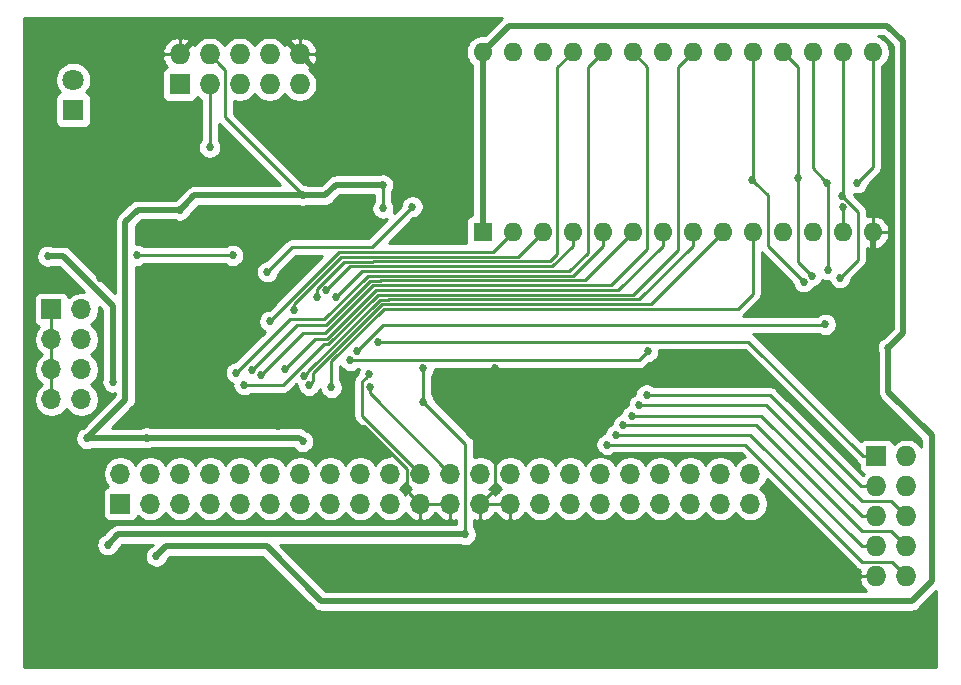
<source format=gbr>
G04 #@! TF.GenerationSoftware,KiCad,Pcbnew,5.1.5-52549c5~86~ubuntu19.10.1*
G04 #@! TF.CreationDate,2020-05-08T07:49:48-07:00*
G04 #@! TF.ProjectId,tipi,74697069-2e6b-4696-9361-645f70636258,2*
G04 #@! TF.SameCoordinates,Original*
G04 #@! TF.FileFunction,Copper,L2,Bot*
G04 #@! TF.FilePolarity,Positive*
%FSLAX46Y46*%
G04 Gerber Fmt 4.6, Leading zero omitted, Abs format (unit mm)*
G04 Created by KiCad (PCBNEW 5.1.5-52549c5~86~ubuntu19.10.1) date 2020-05-08 07:49:48*
%MOMM*%
%LPD*%
G04 APERTURE LIST*
%ADD10R,1.600000X1.600000*%
%ADD11O,1.600000X1.600000*%
%ADD12R,1.727200X1.727200*%
%ADD13O,1.727200X1.727200*%
%ADD14R,1.800000X1.800000*%
%ADD15C,1.800000*%
%ADD16R,1.700000X1.700000*%
%ADD17O,1.700000X1.700000*%
%ADD18C,0.685800*%
%ADD19C,0.500000*%
%ADD20C,0.250000*%
%ADD21C,0.254000*%
G04 APERTURE END LIST*
D10*
X75120500Y-117983000D03*
D11*
X108140500Y-102743000D03*
X77660500Y-117983000D03*
X105600500Y-102743000D03*
X80200500Y-117983000D03*
X103060500Y-102743000D03*
X82740500Y-117983000D03*
X100520500Y-102743000D03*
X85280500Y-117983000D03*
X97980500Y-102743000D03*
X87820500Y-117983000D03*
X95440500Y-102743000D03*
X90360500Y-117983000D03*
X92900500Y-102743000D03*
X92900500Y-117983000D03*
X90360500Y-102743000D03*
X95440500Y-117983000D03*
X87820500Y-102743000D03*
X97980500Y-117983000D03*
X85280500Y-102743000D03*
X100520500Y-117983000D03*
X82740500Y-102743000D03*
X103060500Y-117983000D03*
X80200500Y-102743000D03*
X105600500Y-117983000D03*
X77660500Y-102743000D03*
X108140500Y-117983000D03*
X75120500Y-102743000D03*
D12*
X49466500Y-105473500D03*
D13*
X49466500Y-102933500D03*
X52006500Y-105473500D03*
X52006500Y-102933500D03*
X54546500Y-105473500D03*
X54546500Y-102933500D03*
X57086500Y-105473500D03*
X57086500Y-102933500D03*
X59626500Y-105473500D03*
X59626500Y-102933500D03*
D14*
X40449500Y-107632500D03*
D15*
X40449500Y-105092500D03*
D16*
X44450000Y-140970000D03*
D17*
X44450000Y-138430000D03*
X46990000Y-140970000D03*
X46990000Y-138430000D03*
X49530000Y-140970000D03*
X49530000Y-138430000D03*
X52070000Y-140970000D03*
X52070000Y-138430000D03*
X54610000Y-140970000D03*
X54610000Y-138430000D03*
X57150000Y-140970000D03*
X57150000Y-138430000D03*
X59690000Y-140970000D03*
X59690000Y-138430000D03*
X62230000Y-140970000D03*
X62230000Y-138430000D03*
X64770000Y-140970000D03*
X64770000Y-138430000D03*
X67310000Y-140970000D03*
X67310000Y-138430000D03*
X69850000Y-140970000D03*
X69850000Y-138430000D03*
X72390000Y-140970000D03*
X72390000Y-138430000D03*
X74930000Y-140970000D03*
X74930000Y-138430000D03*
X77470000Y-140970000D03*
X77470000Y-138430000D03*
X80010000Y-140970000D03*
X80010000Y-138430000D03*
X82550000Y-140970000D03*
X82550000Y-138430000D03*
X85090000Y-140970000D03*
X85090000Y-138430000D03*
X87630000Y-140970000D03*
X87630000Y-138430000D03*
X90170000Y-140970000D03*
X90170000Y-138430000D03*
X92710000Y-140970000D03*
X92710000Y-138430000D03*
X95250000Y-140970000D03*
X95250000Y-138430000D03*
X97790000Y-140970000D03*
X97790000Y-138430000D03*
D12*
X108458000Y-136969500D03*
D13*
X110998000Y-136969500D03*
X108458000Y-139509500D03*
X110998000Y-139509500D03*
X108458000Y-142049500D03*
X110998000Y-142049500D03*
X108458000Y-144589500D03*
X110998000Y-144589500D03*
X108458000Y-147129500D03*
X110998000Y-147129500D03*
D16*
X38608000Y-124523500D03*
D17*
X41148000Y-124523500D03*
X38608000Y-127063500D03*
X41148000Y-127063500D03*
X38608000Y-129603500D03*
X41148000Y-129603500D03*
X38608000Y-132143500D03*
X41148000Y-132143500D03*
D18*
X49473480Y-116107302D03*
X70104000Y-129521801D03*
X59897000Y-114864500D03*
X41592500Y-135445500D03*
X73653544Y-143571679D03*
X43370500Y-144462500D03*
X70098169Y-132321487D03*
X66675000Y-115951000D03*
X66675000Y-113982500D03*
X59880500Y-135699500D03*
X46672500Y-135382000D03*
X57785000Y-134431551D03*
X42815000Y-113268000D03*
X42719589Y-121856500D03*
X76195466Y-129521801D03*
X71945500Y-109601000D03*
X71945500Y-116586000D03*
X62357000Y-110172500D03*
X76200000Y-132588000D03*
X109296224Y-125066135D03*
X50165000Y-133667500D03*
X47498000Y-145415000D03*
X43811648Y-130669024D03*
X109466807Y-127767035D03*
X38290500Y-120015000D03*
X52003636Y-110802332D03*
X54919478Y-130913251D03*
X54273606Y-129882478D03*
X56356084Y-130053643D03*
X55567128Y-129676828D03*
X57090394Y-125523357D03*
X58381463Y-129582624D03*
X59168485Y-124533017D03*
X59994702Y-130124295D03*
X60418618Y-130960353D03*
X61081729Y-123463378D03*
X61869839Y-122910889D03*
X62314468Y-131125210D03*
X65535707Y-130029204D03*
X65569725Y-131063985D03*
X62673144Y-123483383D03*
X87011175Y-134347895D03*
X88387644Y-132597098D03*
X66235697Y-127239307D03*
X86398258Y-135146529D03*
X87759386Y-133531859D03*
X85650972Y-135960539D03*
X89000415Y-131757054D03*
X53975000Y-119951500D03*
X45847000Y-119951500D03*
X69151500Y-115824000D03*
X56896000Y-121348500D03*
X64469377Y-128063590D03*
X104140000Y-125793500D03*
X101815696Y-113410845D03*
X102968117Y-121669806D03*
X63927706Y-128840770D03*
X89090500Y-128079500D03*
X105570064Y-114930770D03*
X105367267Y-121828059D03*
X97964402Y-113550840D03*
X102298500Y-122174000D03*
X105600500Y-115887500D03*
X104314314Y-113834339D03*
X104348956Y-121148315D03*
X106833150Y-113782510D03*
D19*
X41592500Y-135445500D02*
X44880640Y-132157360D01*
X44880640Y-132157360D02*
X44880640Y-117130816D01*
X44880640Y-117130816D02*
X45904154Y-116107302D01*
X45904154Y-116107302D02*
X49473480Y-116107302D01*
X49816379Y-115764403D02*
X49473480Y-116107302D01*
X59897000Y-114864500D02*
X50716282Y-114864500D01*
X50716282Y-114864500D02*
X49816379Y-115764403D01*
X46672500Y-135382000D02*
X48777674Y-135382000D01*
X48777674Y-135382000D02*
X48779010Y-135383336D01*
X59564336Y-135383336D02*
X59880500Y-135699500D01*
X48779010Y-135383336D02*
X59564336Y-135383336D01*
X66675000Y-113982500D02*
X62686427Y-113982500D01*
X62686427Y-113982500D02*
X61804427Y-114864500D01*
X61804427Y-114864500D02*
X59897000Y-114864500D01*
D20*
X59897000Y-114864500D02*
X53293645Y-108261145D01*
X53293645Y-108261145D02*
X53293645Y-104220645D01*
X53293645Y-104220645D02*
X52870099Y-103797099D01*
X52870099Y-103797099D02*
X52006500Y-102933500D01*
X70098169Y-132321487D02*
X70098169Y-129527632D01*
X70098169Y-129527632D02*
X70104000Y-129521801D01*
D19*
X41592500Y-135445500D02*
X46609000Y-135445500D01*
X46609000Y-135445500D02*
X46672500Y-135382000D01*
X44261321Y-143571679D02*
X60833000Y-143571679D01*
X60833000Y-143571679D02*
X73229280Y-143571679D01*
X73229280Y-143571679D02*
X73653544Y-143571679D01*
X43370500Y-144462500D02*
X44261321Y-143571679D01*
D20*
X73653544Y-135876862D02*
X73653544Y-143147415D01*
X73653544Y-143147415D02*
X73653544Y-143571679D01*
X70098169Y-132321487D02*
X73653544Y-135876862D01*
X66675000Y-113982500D02*
X66675000Y-115951000D01*
X65087500Y-134429500D02*
X68722599Y-138064599D01*
X68722599Y-139842599D02*
X69000001Y-140120001D01*
X68722599Y-138064599D02*
X68722599Y-139842599D01*
X69000001Y-140120001D02*
X69850000Y-140970000D01*
X58271984Y-134429500D02*
X65087500Y-134429500D01*
X57785000Y-134431551D02*
X58269933Y-134431551D01*
X58269933Y-134431551D02*
X58271984Y-134429500D01*
X57785000Y-134431551D02*
X50929051Y-134431551D01*
X50929051Y-134431551D02*
X50165000Y-133667500D01*
X50165000Y-133667500D02*
X50166408Y-133667500D01*
D19*
X42719589Y-121856500D02*
X42719589Y-113363411D01*
X42719589Y-113363411D02*
X42815000Y-113268000D01*
D20*
X76200000Y-129526335D02*
X76195466Y-129521801D01*
X76200000Y-132588000D02*
X76200000Y-129526335D01*
D19*
X71945500Y-116586000D02*
X71945500Y-109601000D01*
X62357000Y-110172500D02*
X62357000Y-105664000D01*
X62357000Y-105664000D02*
X59626500Y-102933500D01*
X50990500Y-101409500D02*
X58102500Y-101409500D01*
X49466500Y-102933500D02*
X50990500Y-101409500D01*
X58102500Y-101409500D02*
X59626500Y-102933500D01*
D20*
X74930000Y-140970000D02*
X76192949Y-139707051D01*
X76192949Y-139707051D02*
X76192949Y-132595051D01*
X76192949Y-132595051D02*
X76200000Y-132588000D01*
D19*
X108996225Y-124766136D02*
X109296224Y-125066135D01*
X108140500Y-123910411D02*
X108996225Y-124766136D01*
X108140500Y-117983000D02*
X108140500Y-123910411D01*
X75120500Y-102743000D02*
X77372721Y-100490779D01*
X110708063Y-101818063D02*
X110708063Y-126525779D01*
X77372721Y-100490779D02*
X109380779Y-100490779D01*
X109380779Y-100490779D02*
X110708063Y-101818063D01*
X110708063Y-126525779D02*
X109766806Y-127467036D01*
X109766806Y-127467036D02*
X109466807Y-127767035D01*
X109466807Y-127767035D02*
X109466807Y-131501307D01*
X109466807Y-131501307D02*
X113157000Y-135191500D01*
X48323500Y-144589500D02*
X47498000Y-145415000D01*
X113157000Y-135191500D02*
X113157000Y-147510500D01*
X113157000Y-147510500D02*
X111448198Y-149219302D01*
X111448198Y-149219302D02*
X61462302Y-149219302D01*
X61462302Y-149219302D02*
X56832500Y-144589500D01*
X56832500Y-144589500D02*
X48323500Y-144589500D01*
X38290500Y-120015000D02*
X39595658Y-120015000D01*
X39595658Y-120015000D02*
X43811648Y-124230990D01*
X43811648Y-124230990D02*
X43811648Y-130244760D01*
X43811648Y-130244760D02*
X43811648Y-130669024D01*
X75120500Y-117983000D02*
X75120500Y-116933000D01*
X75120500Y-116933000D02*
X75120500Y-102743000D01*
D20*
X52006500Y-105473500D02*
X52006500Y-110799468D01*
X52006500Y-110799468D02*
X52003636Y-110802332D01*
X66244550Y-123286269D02*
X62064851Y-127465968D01*
X55404411Y-130913251D02*
X54919478Y-130913251D01*
X58239718Y-130913251D02*
X55404411Y-130913251D01*
X66993178Y-123263409D02*
X66970318Y-123286269D01*
X91630500Y-104013000D02*
X91630500Y-119526116D01*
X92900500Y-102743000D02*
X91630500Y-104013000D01*
X87893207Y-123263409D02*
X66993178Y-123263409D01*
X66970318Y-123286269D02*
X66244550Y-123286269D01*
X62064851Y-127465968D02*
X61687001Y-127465968D01*
X91630500Y-119526116D02*
X87893207Y-123263409D01*
X61687001Y-127465968D02*
X58239718Y-130913251D01*
X65391597Y-121676625D02*
X61729220Y-125339002D01*
X58817082Y-125339002D02*
X54616505Y-129539579D01*
X85280500Y-117983000D02*
X85280500Y-119114370D01*
X66326442Y-121653765D02*
X66303582Y-121676625D01*
X82741105Y-121653765D02*
X66326442Y-121653765D01*
X85280500Y-119114370D02*
X82741105Y-121653765D01*
X66303582Y-121676625D02*
X65391597Y-121676625D01*
X61729220Y-125339002D02*
X58817082Y-125339002D01*
X54616505Y-129539579D02*
X54273606Y-129882478D01*
X89054118Y-119428846D02*
X86024377Y-122458587D01*
X86024377Y-122458587D02*
X66659810Y-122458587D01*
X66659810Y-122458587D02*
X66636950Y-122481447D01*
X89054118Y-103976618D02*
X89054118Y-119428846D01*
X87820500Y-102743000D02*
X89054118Y-103976618D01*
X56698983Y-129710744D02*
X56356084Y-130053643D01*
X65816494Y-122481447D02*
X61805941Y-126492000D01*
X59917727Y-126492000D02*
X56698983Y-129710744D01*
X61805941Y-126492000D02*
X59917727Y-126492000D01*
X66636950Y-122481447D02*
X65816494Y-122481447D01*
X87820500Y-117983000D02*
X83747324Y-122056176D01*
X66470266Y-122079036D02*
X65582494Y-122079036D01*
X61850563Y-125810967D02*
X59432989Y-125810967D01*
X83747324Y-122056176D02*
X66493126Y-122056176D01*
X59432989Y-125810967D02*
X55910027Y-129333929D01*
X65582494Y-122079036D02*
X61850563Y-125810967D01*
X66493126Y-122056176D02*
X66470266Y-122079036D01*
X55910027Y-129333929D02*
X55567128Y-129676828D01*
X57433293Y-125180458D02*
X57090394Y-125523357D01*
X65493022Y-119641710D02*
X65470162Y-119664570D01*
X77660500Y-117983000D02*
X76001790Y-119641710D01*
X65470162Y-119664570D02*
X62949181Y-119664570D01*
X76001790Y-119641710D02*
X65493022Y-119641710D01*
X62949181Y-119664570D02*
X57433293Y-125180458D01*
X61918395Y-127015957D02*
X60948130Y-127015957D01*
X60948130Y-127015957D02*
X58724362Y-129239725D01*
X86613872Y-122860998D02*
X66826494Y-122860998D01*
X58724362Y-129239725D02*
X58381463Y-129582624D01*
X66826494Y-122860998D02*
X66803634Y-122883858D01*
X66050494Y-122883858D02*
X61918395Y-127015957D01*
X66803634Y-122883858D02*
X66050494Y-122883858D01*
X90360500Y-117983000D02*
X90360500Y-119114370D01*
X90360500Y-119114370D02*
X86613872Y-122860998D01*
X65636846Y-120066981D02*
X63149588Y-120066981D01*
X65659706Y-120044121D02*
X65636846Y-120066981D01*
X78139379Y-120044121D02*
X65659706Y-120044121D01*
X63149588Y-120066981D02*
X59168485Y-124048084D01*
X80200500Y-117983000D02*
X78139379Y-120044121D01*
X59168485Y-124048084D02*
X59168485Y-124533017D01*
X60337601Y-129762313D02*
X60337601Y-129781396D01*
X66411234Y-123688680D02*
X60337601Y-129762313D01*
X60337601Y-129781396D02*
X59994702Y-130124295D01*
X67137002Y-123688680D02*
X66411234Y-123688680D01*
X67159862Y-123665820D02*
X67137002Y-123688680D01*
X92900500Y-119114370D02*
X88349050Y-123665820D01*
X88349050Y-123665820D02*
X67159862Y-123665820D01*
X92900500Y-117983000D02*
X92900500Y-119114370D01*
X60761517Y-129907492D02*
X60761517Y-130617454D01*
X89355269Y-124068231D02*
X67326546Y-124068231D01*
X67326546Y-124068231D02*
X67303686Y-124091091D01*
X60761517Y-130617454D02*
X60418618Y-130960353D01*
X66577918Y-124091091D02*
X60761517Y-129907492D01*
X67303686Y-124091091D02*
X66577918Y-124091091D01*
X95440500Y-117983000D02*
X89355269Y-124068231D01*
X63417662Y-120469392D02*
X61081729Y-122805325D01*
X81452189Y-119799088D02*
X80804745Y-120446532D01*
X65826390Y-120446532D02*
X65803530Y-120469392D01*
X80804745Y-120446532D02*
X65826390Y-120446532D01*
X61081729Y-122805325D02*
X61081729Y-122978445D01*
X61081729Y-122978445D02*
X61081729Y-123463378D01*
X65803530Y-120469392D02*
X63417662Y-120469392D01*
X82740500Y-102743000D02*
X81452189Y-104031311D01*
X81452189Y-104031311D02*
X81452189Y-119799088D01*
X65993074Y-120848943D02*
X65970214Y-120871803D01*
X81005927Y-120848943D02*
X65993074Y-120848943D01*
X82740500Y-119114370D02*
X81005927Y-120848943D01*
X63908925Y-120871803D02*
X62212738Y-122567990D01*
X82740500Y-117983000D02*
X82740500Y-119114370D01*
X65970214Y-120871803D02*
X63908925Y-120871803D01*
X62212738Y-122567990D02*
X61869839Y-122910889D01*
X96704546Y-124470642D02*
X67493230Y-124470642D01*
X97980500Y-123194688D02*
X96704546Y-124470642D01*
X97980500Y-117983000D02*
X97980500Y-123194688D01*
X62314468Y-128923636D02*
X62314468Y-130640277D01*
X62314468Y-130640277D02*
X62314468Y-131125210D01*
X67493230Y-124470642D02*
X67470370Y-124493502D01*
X66744602Y-124493502D02*
X62314468Y-128923636D01*
X67470370Y-124493502D02*
X66744602Y-124493502D01*
X64944725Y-130620186D02*
X65235708Y-130329203D01*
X64944725Y-133524725D02*
X64944725Y-130620186D01*
X69850000Y-138430000D02*
X64944725Y-133524725D01*
X65235708Y-130329203D02*
X65535707Y-130029204D01*
X72390000Y-138430000D02*
X65569725Y-131609725D01*
X65569725Y-131488249D02*
X65569725Y-131063985D01*
X65569725Y-131609725D02*
X65569725Y-131488249D01*
X64882313Y-121274214D02*
X63016043Y-123140484D01*
X66136898Y-121274214D02*
X64882313Y-121274214D01*
X66159758Y-121251354D02*
X66136898Y-121274214D01*
X84010927Y-119712302D02*
X82471875Y-121251354D01*
X84010927Y-104012573D02*
X84010927Y-119712302D01*
X63016043Y-123140484D02*
X62673144Y-123483383D01*
X82471875Y-121251354D02*
X66159758Y-121251354D01*
X85280500Y-102743000D02*
X84010927Y-104012573D01*
X110998000Y-144589500D02*
X109722489Y-143313989D01*
X109722489Y-143313989D02*
X107265002Y-143313989D01*
X107265002Y-143313989D02*
X98298908Y-134347895D01*
X98298908Y-134347895D02*
X87435439Y-134347895D01*
X87435439Y-134347895D02*
X87011175Y-134347895D01*
X110998000Y-142049500D02*
X109715981Y-140767481D01*
X109715981Y-140767481D02*
X107257097Y-140767481D01*
X99086714Y-132597098D02*
X88811908Y-132597098D01*
X107257097Y-140767481D02*
X99086714Y-132597098D01*
X88811908Y-132597098D02*
X88387644Y-132597098D01*
X66720630Y-127239307D02*
X66235697Y-127239307D01*
X97614207Y-127239307D02*
X66720630Y-127239307D01*
X107344400Y-136969500D02*
X97614207Y-127239307D01*
X108458000Y-136969500D02*
X107344400Y-136969500D01*
X108458000Y-144589500D02*
X107236686Y-144589500D01*
X107236686Y-144589500D02*
X97793715Y-135146529D01*
X97793715Y-135146529D02*
X86822522Y-135146529D01*
X86822522Y-135146529D02*
X86398258Y-135146529D01*
X108458000Y-142049500D02*
X107211050Y-142049500D01*
X107211050Y-142049500D02*
X98693409Y-133531859D01*
X98693409Y-133531859D02*
X89124754Y-133531859D01*
X89124754Y-133531859D02*
X87759386Y-133531859D01*
X110998000Y-147129500D02*
X109771952Y-145903452D01*
X109771952Y-145903452D02*
X107268849Y-145903452D01*
X107268849Y-145903452D02*
X97325936Y-135960539D01*
X97325936Y-135960539D02*
X86665145Y-135960539D01*
X86665145Y-135960539D02*
X85650972Y-135960539D01*
X108458000Y-139509500D02*
X107186148Y-139509500D01*
X107186148Y-139509500D02*
X99433702Y-131757054D01*
X99433702Y-131757054D02*
X89424679Y-131757054D01*
X89424679Y-131757054D02*
X89000415Y-131757054D01*
X53975000Y-119951500D02*
X45847000Y-119951500D01*
X57238899Y-121005601D02*
X56896000Y-121348500D01*
X58982341Y-119262159D02*
X57238899Y-121005601D01*
X65736201Y-119239299D02*
X65326338Y-119239299D01*
X65303478Y-119262159D02*
X58982341Y-119262159D01*
X69151500Y-115824000D02*
X65736201Y-119239299D01*
X65326338Y-119239299D02*
X65303478Y-119262159D01*
X104140000Y-125793500D02*
X104101241Y-125832259D01*
X104101241Y-125832259D02*
X66700708Y-125832259D01*
X66700708Y-125832259D02*
X64812276Y-127720691D01*
X64812276Y-127720691D02*
X64469377Y-128063590D01*
X101815696Y-104038196D02*
X101815696Y-112925912D01*
X101815696Y-113895778D02*
X101815696Y-113410845D01*
X102968117Y-121669806D02*
X101815696Y-120517385D01*
X101815696Y-112925912D02*
X101815696Y-113410845D01*
X100520500Y-102743000D02*
X101815696Y-104038196D01*
X101815696Y-120517385D02*
X101815696Y-113895778D01*
X64412639Y-128840770D02*
X63927706Y-128840770D01*
X89090500Y-128079500D02*
X88329230Y-128840770D01*
X88329230Y-128840770D02*
X64412639Y-128840770D01*
X106882814Y-116243520D02*
X105912963Y-115273669D01*
X105367267Y-121828059D02*
X106882814Y-120312512D01*
X105600500Y-114900334D02*
X105570064Y-114930770D01*
X105600500Y-102743000D02*
X105600500Y-114900334D01*
X105912963Y-115273669D02*
X105570064Y-114930770D01*
X106882814Y-120312512D02*
X106882814Y-116243520D01*
X97980500Y-113534742D02*
X97964402Y-113550840D01*
X97980500Y-102743000D02*
X97980500Y-113534742D01*
X98307301Y-113893739D02*
X97964402Y-113550840D01*
X99274590Y-119150090D02*
X99274590Y-114861028D01*
X102298500Y-122174000D02*
X99274590Y-119150090D01*
X99274590Y-114861028D02*
X98307301Y-113893739D01*
X105600500Y-115887500D02*
X105600500Y-117983000D01*
X103060500Y-112580525D02*
X103971415Y-113491440D01*
X103060500Y-102743000D02*
X103060500Y-112580525D01*
X104348956Y-113868981D02*
X104314314Y-113834339D01*
X104348956Y-121148315D02*
X104348956Y-113868981D01*
X103971415Y-113491440D02*
X104314314Y-113834339D01*
X107176049Y-113439611D02*
X106833150Y-113782510D01*
X108140500Y-112475160D02*
X107176049Y-113439611D01*
X108140500Y-102743000D02*
X108140500Y-112475160D01*
X38608000Y-129603500D02*
X38608000Y-130805581D01*
X38608000Y-130805581D02*
X38608000Y-132143500D01*
X38608000Y-127063500D02*
X38608000Y-129603500D01*
X38608000Y-124523500D02*
X38608000Y-125623500D01*
X38608000Y-125623500D02*
X38608000Y-127063500D01*
D21*
G36*
X76777674Y-99834247D02*
G01*
X76777672Y-99834249D01*
X76743904Y-99861962D01*
X76716191Y-99895730D01*
X75296939Y-101314983D01*
X75261835Y-101308000D01*
X74979165Y-101308000D01*
X74701926Y-101363147D01*
X74440773Y-101471320D01*
X74205741Y-101628363D01*
X74005863Y-101828241D01*
X73848820Y-102063273D01*
X73740647Y-102324426D01*
X73685500Y-102601665D01*
X73685500Y-102884335D01*
X73740647Y-103161574D01*
X73848820Y-103422727D01*
X74005863Y-103657759D01*
X74205741Y-103857637D01*
X74235501Y-103877522D01*
X74235500Y-116553299D01*
X74196018Y-116557188D01*
X74076320Y-116593498D01*
X73966006Y-116652463D01*
X73869315Y-116731815D01*
X73789963Y-116828506D01*
X73730998Y-116938820D01*
X73694688Y-117058518D01*
X73682428Y-117183000D01*
X73682428Y-118783000D01*
X73692150Y-118881710D01*
X67168591Y-118881710D01*
X69248548Y-116801754D01*
X69436743Y-116764320D01*
X69614710Y-116690604D01*
X69774875Y-116583585D01*
X69911085Y-116447375D01*
X70018104Y-116287210D01*
X70091820Y-116109243D01*
X70129400Y-115920315D01*
X70129400Y-115727685D01*
X70091820Y-115538757D01*
X70018104Y-115360790D01*
X69911085Y-115200625D01*
X69774875Y-115064415D01*
X69614710Y-114957396D01*
X69436743Y-114883680D01*
X69247815Y-114846100D01*
X69055185Y-114846100D01*
X68866257Y-114883680D01*
X68688290Y-114957396D01*
X68528125Y-115064415D01*
X68391915Y-115200625D01*
X68284896Y-115360790D01*
X68211180Y-115538757D01*
X68173746Y-115726952D01*
X67580576Y-116320122D01*
X67615320Y-116236243D01*
X67652900Y-116047315D01*
X67652900Y-115854685D01*
X67615320Y-115665757D01*
X67541604Y-115487790D01*
X67435000Y-115328246D01*
X67435000Y-114605254D01*
X67541604Y-114445710D01*
X67615320Y-114267743D01*
X67652900Y-114078815D01*
X67652900Y-113886185D01*
X67615320Y-113697257D01*
X67541604Y-113519290D01*
X67434585Y-113359125D01*
X67298375Y-113222915D01*
X67138210Y-113115896D01*
X66960243Y-113042180D01*
X66771315Y-113004600D01*
X66578685Y-113004600D01*
X66389757Y-113042180D01*
X66256202Y-113097500D01*
X62729892Y-113097500D01*
X62686426Y-113093219D01*
X62642960Y-113097500D01*
X62642950Y-113097500D01*
X62512937Y-113110305D01*
X62346114Y-113160911D01*
X62192368Y-113243089D01*
X62192366Y-113243090D01*
X62192367Y-113243090D01*
X62091380Y-113325968D01*
X62091378Y-113325970D01*
X62057610Y-113353683D01*
X62029897Y-113387451D01*
X61437849Y-113979500D01*
X60315798Y-113979500D01*
X60182243Y-113924180D01*
X59994048Y-113886746D01*
X54053645Y-107946344D01*
X54053645Y-106891426D01*
X54109375Y-106914510D01*
X54398901Y-106972100D01*
X54694099Y-106972100D01*
X54983625Y-106914510D01*
X55256353Y-106801542D01*
X55501802Y-106637539D01*
X55710539Y-106428802D01*
X55816500Y-106270219D01*
X55922461Y-106428802D01*
X56131198Y-106637539D01*
X56376647Y-106801542D01*
X56649375Y-106914510D01*
X56938901Y-106972100D01*
X57234099Y-106972100D01*
X57523625Y-106914510D01*
X57796353Y-106801542D01*
X58041802Y-106637539D01*
X58250539Y-106428802D01*
X58356500Y-106270219D01*
X58462461Y-106428802D01*
X58671198Y-106637539D01*
X58916647Y-106801542D01*
X59189375Y-106914510D01*
X59478901Y-106972100D01*
X59774099Y-106972100D01*
X60063625Y-106914510D01*
X60336353Y-106801542D01*
X60581802Y-106637539D01*
X60790539Y-106428802D01*
X60954542Y-106183353D01*
X61067510Y-105910625D01*
X61125100Y-105621099D01*
X61125100Y-105325901D01*
X61067510Y-105036375D01*
X60954542Y-104763647D01*
X60790539Y-104518198D01*
X60581802Y-104309461D01*
X60421625Y-104202435D01*
X60645951Y-104031917D01*
X60840653Y-103811926D01*
X60988696Y-103558178D01*
X61084390Y-103280424D01*
X61106177Y-103170895D01*
X60966347Y-102936500D01*
X59629500Y-102936500D01*
X59629500Y-102956500D01*
X59623500Y-102956500D01*
X59623500Y-102936500D01*
X59603500Y-102936500D01*
X59603500Y-102930500D01*
X59623500Y-102930500D01*
X59623500Y-101593653D01*
X59629500Y-101593653D01*
X59629500Y-102930500D01*
X60966347Y-102930500D01*
X61106177Y-102696105D01*
X61084390Y-102586576D01*
X60988696Y-102308822D01*
X60840653Y-102055074D01*
X60645951Y-101835083D01*
X60412072Y-101657304D01*
X60148004Y-101528568D01*
X59863895Y-101453823D01*
X59629500Y-101593653D01*
X59623500Y-101593653D01*
X59389105Y-101453823D01*
X59104996Y-101528568D01*
X58840928Y-101657304D01*
X58607049Y-101835083D01*
X58412347Y-102055074D01*
X58360866Y-102143314D01*
X58250539Y-101978198D01*
X58041802Y-101769461D01*
X57796353Y-101605458D01*
X57523625Y-101492490D01*
X57234099Y-101434900D01*
X56938901Y-101434900D01*
X56649375Y-101492490D01*
X56376647Y-101605458D01*
X56131198Y-101769461D01*
X55922461Y-101978198D01*
X55816500Y-102136781D01*
X55710539Y-101978198D01*
X55501802Y-101769461D01*
X55256353Y-101605458D01*
X54983625Y-101492490D01*
X54694099Y-101434900D01*
X54398901Y-101434900D01*
X54109375Y-101492490D01*
X53836647Y-101605458D01*
X53591198Y-101769461D01*
X53382461Y-101978198D01*
X53276500Y-102136781D01*
X53170539Y-101978198D01*
X52961802Y-101769461D01*
X52716353Y-101605458D01*
X52443625Y-101492490D01*
X52154099Y-101434900D01*
X51858901Y-101434900D01*
X51569375Y-101492490D01*
X51296647Y-101605458D01*
X51051198Y-101769461D01*
X50842461Y-101978198D01*
X50732134Y-102143314D01*
X50680653Y-102055074D01*
X50485951Y-101835083D01*
X50252072Y-101657304D01*
X49988004Y-101528568D01*
X49703895Y-101453823D01*
X49469500Y-101593653D01*
X49469500Y-102930500D01*
X49489500Y-102930500D01*
X49489500Y-102936500D01*
X49469500Y-102936500D01*
X49469500Y-102956500D01*
X49463500Y-102956500D01*
X49463500Y-102936500D01*
X48126653Y-102936500D01*
X47986823Y-103170895D01*
X48008610Y-103280424D01*
X48104304Y-103558178D01*
X48252347Y-103811926D01*
X48420317Y-104001713D01*
X48358720Y-104020398D01*
X48248406Y-104079363D01*
X48151715Y-104158715D01*
X48072363Y-104255406D01*
X48013398Y-104365720D01*
X47977088Y-104485418D01*
X47964828Y-104609900D01*
X47964828Y-106337100D01*
X47977088Y-106461582D01*
X48013398Y-106581280D01*
X48072363Y-106691594D01*
X48151715Y-106788285D01*
X48248406Y-106867637D01*
X48358720Y-106926602D01*
X48478418Y-106962912D01*
X48602900Y-106975172D01*
X50330100Y-106975172D01*
X50454582Y-106962912D01*
X50574280Y-106926602D01*
X50684594Y-106867637D01*
X50781285Y-106788285D01*
X50860637Y-106691594D01*
X50919602Y-106581280D01*
X50937136Y-106523477D01*
X51051198Y-106637539D01*
X51246500Y-106768035D01*
X51246501Y-110176507D01*
X51244051Y-110178957D01*
X51137032Y-110339122D01*
X51063316Y-110517089D01*
X51025736Y-110706017D01*
X51025736Y-110898647D01*
X51063316Y-111087575D01*
X51137032Y-111265542D01*
X51244051Y-111425707D01*
X51380261Y-111561917D01*
X51540426Y-111668936D01*
X51718393Y-111742652D01*
X51907321Y-111780232D01*
X52099951Y-111780232D01*
X52288879Y-111742652D01*
X52466846Y-111668936D01*
X52627011Y-111561917D01*
X52763221Y-111425707D01*
X52870240Y-111265542D01*
X52943956Y-111087575D01*
X52981536Y-110898647D01*
X52981536Y-110706017D01*
X52943956Y-110517089D01*
X52870240Y-110339122D01*
X52766500Y-110183864D01*
X52766500Y-108811697D01*
X52782648Y-108824949D01*
X57937198Y-113979500D01*
X50759748Y-113979500D01*
X50716281Y-113975219D01*
X50672815Y-113979500D01*
X50672805Y-113979500D01*
X50542792Y-113992305D01*
X50375969Y-114042911D01*
X50222223Y-114125089D01*
X50222221Y-114125090D01*
X50222222Y-114125090D01*
X50121235Y-114207968D01*
X50121233Y-114207970D01*
X50087465Y-114235683D01*
X50059752Y-114269451D01*
X49221333Y-115107871D01*
X49143827Y-115185377D01*
X49054682Y-115222302D01*
X45947619Y-115222302D01*
X45904153Y-115218021D01*
X45860687Y-115222302D01*
X45860677Y-115222302D01*
X45730664Y-115235107D01*
X45563841Y-115285713D01*
X45410095Y-115367891D01*
X45410093Y-115367892D01*
X45410094Y-115367892D01*
X45309107Y-115450770D01*
X45309105Y-115450772D01*
X45275337Y-115478485D01*
X45247624Y-115512253D01*
X44285591Y-116474287D01*
X44251824Y-116501999D01*
X44224112Y-116535766D01*
X44224108Y-116535770D01*
X44141230Y-116636757D01*
X44059052Y-116790503D01*
X44008445Y-116957326D01*
X43991359Y-117130816D01*
X43995641Y-117174295D01*
X43995641Y-123163404D01*
X40252192Y-119419956D01*
X40224475Y-119386183D01*
X40089717Y-119275589D01*
X39935971Y-119193411D01*
X39769148Y-119142805D01*
X39639135Y-119130000D01*
X39639127Y-119130000D01*
X39595658Y-119125719D01*
X39552189Y-119130000D01*
X38709298Y-119130000D01*
X38575743Y-119074680D01*
X38386815Y-119037100D01*
X38194185Y-119037100D01*
X38005257Y-119074680D01*
X37827290Y-119148396D01*
X37667125Y-119255415D01*
X37530915Y-119391625D01*
X37423896Y-119551790D01*
X37350180Y-119729757D01*
X37312600Y-119918685D01*
X37312600Y-120111315D01*
X37350180Y-120300243D01*
X37423896Y-120478210D01*
X37530915Y-120638375D01*
X37667125Y-120774585D01*
X37827290Y-120881604D01*
X38005257Y-120955320D01*
X38194185Y-120992900D01*
X38386815Y-120992900D01*
X38575743Y-120955320D01*
X38709298Y-120900000D01*
X39229080Y-120900000D01*
X41385785Y-123056706D01*
X41294260Y-123038500D01*
X41001740Y-123038500D01*
X40714842Y-123095568D01*
X40444589Y-123207510D01*
X40201368Y-123370025D01*
X40069513Y-123501880D01*
X40047502Y-123429320D01*
X39988537Y-123319006D01*
X39909185Y-123222315D01*
X39812494Y-123142963D01*
X39702180Y-123083998D01*
X39582482Y-123047688D01*
X39458000Y-123035428D01*
X37758000Y-123035428D01*
X37633518Y-123047688D01*
X37513820Y-123083998D01*
X37403506Y-123142963D01*
X37306815Y-123222315D01*
X37227463Y-123319006D01*
X37168498Y-123429320D01*
X37132188Y-123549018D01*
X37119928Y-123673500D01*
X37119928Y-125373500D01*
X37132188Y-125497982D01*
X37168498Y-125617680D01*
X37227463Y-125727994D01*
X37306815Y-125824685D01*
X37403506Y-125904037D01*
X37513820Y-125963002D01*
X37586380Y-125985013D01*
X37454525Y-126116868D01*
X37292010Y-126360089D01*
X37180068Y-126630342D01*
X37123000Y-126917240D01*
X37123000Y-127209760D01*
X37180068Y-127496658D01*
X37292010Y-127766911D01*
X37454525Y-128010132D01*
X37661368Y-128216975D01*
X37835760Y-128333500D01*
X37661368Y-128450025D01*
X37454525Y-128656868D01*
X37292010Y-128900089D01*
X37180068Y-129170342D01*
X37123000Y-129457240D01*
X37123000Y-129749760D01*
X37180068Y-130036658D01*
X37292010Y-130306911D01*
X37454525Y-130550132D01*
X37661368Y-130756975D01*
X37835760Y-130873500D01*
X37661368Y-130990025D01*
X37454525Y-131196868D01*
X37292010Y-131440089D01*
X37180068Y-131710342D01*
X37123000Y-131997240D01*
X37123000Y-132289760D01*
X37180068Y-132576658D01*
X37292010Y-132846911D01*
X37454525Y-133090132D01*
X37661368Y-133296975D01*
X37904589Y-133459490D01*
X38174842Y-133571432D01*
X38461740Y-133628500D01*
X38754260Y-133628500D01*
X39041158Y-133571432D01*
X39311411Y-133459490D01*
X39554632Y-133296975D01*
X39761475Y-133090132D01*
X39878000Y-132915740D01*
X39994525Y-133090132D01*
X40201368Y-133296975D01*
X40444589Y-133459490D01*
X40714842Y-133571432D01*
X41001740Y-133628500D01*
X41294260Y-133628500D01*
X41581158Y-133571432D01*
X41851411Y-133459490D01*
X42094632Y-133296975D01*
X42301475Y-133090132D01*
X42463990Y-132846911D01*
X42575932Y-132576658D01*
X42633000Y-132289760D01*
X42633000Y-131997240D01*
X42575932Y-131710342D01*
X42463990Y-131440089D01*
X42301475Y-131196868D01*
X42094632Y-130990025D01*
X41920240Y-130873500D01*
X42094632Y-130756975D01*
X42301475Y-130550132D01*
X42463990Y-130306911D01*
X42575932Y-130036658D01*
X42633000Y-129749760D01*
X42633000Y-129457240D01*
X42575932Y-129170342D01*
X42463990Y-128900089D01*
X42301475Y-128656868D01*
X42094632Y-128450025D01*
X41920240Y-128333500D01*
X42094632Y-128216975D01*
X42301475Y-128010132D01*
X42463990Y-127766911D01*
X42575932Y-127496658D01*
X42633000Y-127209760D01*
X42633000Y-126917240D01*
X42575932Y-126630342D01*
X42463990Y-126360089D01*
X42301475Y-126116868D01*
X42094632Y-125910025D01*
X41920240Y-125793500D01*
X42094632Y-125676975D01*
X42301475Y-125470132D01*
X42463990Y-125226911D01*
X42575932Y-124956658D01*
X42633000Y-124669760D01*
X42633000Y-124377240D01*
X42614794Y-124285715D01*
X42926648Y-124597569D01*
X42926649Y-130201274D01*
X42926648Y-130201284D01*
X42926648Y-130250226D01*
X42871328Y-130383781D01*
X42833748Y-130572709D01*
X42833748Y-130765339D01*
X42871328Y-130954267D01*
X42945044Y-131132234D01*
X43052063Y-131292399D01*
X43188273Y-131428609D01*
X43348438Y-131535628D01*
X43526405Y-131609344D01*
X43715333Y-131646924D01*
X43907963Y-131646924D01*
X43995640Y-131629484D01*
X43995640Y-131790781D01*
X41262847Y-134523575D01*
X41129290Y-134578896D01*
X40969125Y-134685915D01*
X40832915Y-134822125D01*
X40725896Y-134982290D01*
X40652180Y-135160257D01*
X40614600Y-135349185D01*
X40614600Y-135541815D01*
X40652180Y-135730743D01*
X40725896Y-135908710D01*
X40832915Y-136068875D01*
X40969125Y-136205085D01*
X41129290Y-136312104D01*
X41307257Y-136385820D01*
X41496185Y-136423400D01*
X41688815Y-136423400D01*
X41877743Y-136385820D01*
X42011298Y-136330500D01*
X46428381Y-136330500D01*
X46576185Y-136359900D01*
X46768815Y-136359900D01*
X46957743Y-136322320D01*
X47091298Y-136267000D01*
X48721968Y-136267000D01*
X48735533Y-136268336D01*
X48735543Y-136268336D01*
X48779009Y-136272617D01*
X48822475Y-136268336D01*
X59084473Y-136268336D01*
X59120915Y-136322875D01*
X59257125Y-136459085D01*
X59417290Y-136566104D01*
X59595257Y-136639820D01*
X59784185Y-136677400D01*
X59976815Y-136677400D01*
X60165743Y-136639820D01*
X60343710Y-136566104D01*
X60503875Y-136459085D01*
X60640085Y-136322875D01*
X60747104Y-136162710D01*
X60820820Y-135984743D01*
X60858400Y-135795815D01*
X60858400Y-135603185D01*
X60820820Y-135414257D01*
X60747104Y-135236290D01*
X60640085Y-135076125D01*
X60503875Y-134939915D01*
X60343710Y-134832896D01*
X60213065Y-134778781D01*
X60193153Y-134754519D01*
X60058395Y-134643925D01*
X59904649Y-134561747D01*
X59737826Y-134511141D01*
X59607813Y-134498336D01*
X59607805Y-134498336D01*
X59564336Y-134494055D01*
X59520867Y-134498336D01*
X48834716Y-134498336D01*
X48821151Y-134497000D01*
X48821143Y-134497000D01*
X48777674Y-134492719D01*
X48734205Y-134497000D01*
X47091298Y-134497000D01*
X46957743Y-134441680D01*
X46768815Y-134404100D01*
X46576185Y-134404100D01*
X46387257Y-134441680D01*
X46209290Y-134515396D01*
X46141787Y-134560500D01*
X43729078Y-134560500D01*
X45475690Y-132813889D01*
X45509457Y-132786177D01*
X45542625Y-132745763D01*
X45620050Y-132651420D01*
X45620051Y-132651419D01*
X45702229Y-132497673D01*
X45752835Y-132330850D01*
X45765640Y-132200837D01*
X45765640Y-132200827D01*
X45769921Y-132157361D01*
X45765640Y-132113895D01*
X45765640Y-120929400D01*
X45943315Y-120929400D01*
X46132243Y-120891820D01*
X46310210Y-120818104D01*
X46469754Y-120711500D01*
X53352246Y-120711500D01*
X53511790Y-120818104D01*
X53689757Y-120891820D01*
X53878685Y-120929400D01*
X54071315Y-120929400D01*
X54260243Y-120891820D01*
X54438210Y-120818104D01*
X54598375Y-120711085D01*
X54734585Y-120574875D01*
X54841604Y-120414710D01*
X54915320Y-120236743D01*
X54952900Y-120047815D01*
X54952900Y-119855185D01*
X54915320Y-119666257D01*
X54841604Y-119488290D01*
X54734585Y-119328125D01*
X54598375Y-119191915D01*
X54438210Y-119084896D01*
X54260243Y-119011180D01*
X54071315Y-118973600D01*
X53878685Y-118973600D01*
X53689757Y-119011180D01*
X53511790Y-119084896D01*
X53352246Y-119191500D01*
X46469754Y-119191500D01*
X46310210Y-119084896D01*
X46132243Y-119011180D01*
X45943315Y-118973600D01*
X45765640Y-118973600D01*
X45765640Y-117497394D01*
X46270733Y-116992302D01*
X49054682Y-116992302D01*
X49188237Y-117047622D01*
X49377165Y-117085202D01*
X49569795Y-117085202D01*
X49758723Y-117047622D01*
X49936690Y-116973906D01*
X50096855Y-116866887D01*
X50233065Y-116730677D01*
X50340084Y-116570512D01*
X50395405Y-116436955D01*
X50472911Y-116359449D01*
X51082861Y-115749500D01*
X59478202Y-115749500D01*
X59611757Y-115804820D01*
X59800685Y-115842400D01*
X59993315Y-115842400D01*
X60182243Y-115804820D01*
X60315798Y-115749500D01*
X61760958Y-115749500D01*
X61804427Y-115753781D01*
X61847896Y-115749500D01*
X61847904Y-115749500D01*
X61977917Y-115736695D01*
X62144740Y-115686089D01*
X62298486Y-115603911D01*
X62433244Y-115493317D01*
X62460961Y-115459544D01*
X63053006Y-114867500D01*
X65915000Y-114867500D01*
X65915001Y-115328245D01*
X65808396Y-115487790D01*
X65734680Y-115665757D01*
X65697100Y-115854685D01*
X65697100Y-116047315D01*
X65734680Y-116236243D01*
X65808396Y-116414210D01*
X65915415Y-116574375D01*
X66051625Y-116710585D01*
X66211790Y-116817604D01*
X66389757Y-116891320D01*
X66578685Y-116928900D01*
X66771315Y-116928900D01*
X66960243Y-116891320D01*
X67044122Y-116856576D01*
X65421400Y-118479299D01*
X65363661Y-118479299D01*
X65326338Y-118475623D01*
X65289016Y-118479299D01*
X65289005Y-118479299D01*
X65177352Y-118490296D01*
X65138244Y-118502159D01*
X59019663Y-118502159D01*
X58982340Y-118498483D01*
X58945017Y-118502159D01*
X58945008Y-118502159D01*
X58833355Y-118513156D01*
X58690094Y-118556613D01*
X58558065Y-118627185D01*
X58442340Y-118722158D01*
X58418542Y-118751156D01*
X56798953Y-120370746D01*
X56610757Y-120408180D01*
X56432790Y-120481896D01*
X56272625Y-120588915D01*
X56136415Y-120725125D01*
X56029396Y-120885290D01*
X55955680Y-121063257D01*
X55918100Y-121252185D01*
X55918100Y-121444815D01*
X55955680Y-121633743D01*
X56029396Y-121811710D01*
X56136415Y-121971875D01*
X56272625Y-122108085D01*
X56432790Y-122215104D01*
X56610757Y-122288820D01*
X56799685Y-122326400D01*
X56992315Y-122326400D01*
X57181243Y-122288820D01*
X57359210Y-122215104D01*
X57519375Y-122108085D01*
X57655585Y-121971875D01*
X57762604Y-121811710D01*
X57836320Y-121633743D01*
X57873754Y-121445547D01*
X59297143Y-120022159D01*
X61516790Y-120022159D01*
X56993347Y-124545603D01*
X56805151Y-124583037D01*
X56627184Y-124656753D01*
X56467019Y-124763772D01*
X56330809Y-124899982D01*
X56223790Y-125060147D01*
X56150074Y-125238114D01*
X56112494Y-125427042D01*
X56112494Y-125619672D01*
X56150074Y-125808600D01*
X56223790Y-125986567D01*
X56330809Y-126146732D01*
X56467019Y-126282942D01*
X56627184Y-126389961D01*
X56672536Y-126408746D01*
X54176559Y-128904724D01*
X53988363Y-128942158D01*
X53810396Y-129015874D01*
X53650231Y-129122893D01*
X53514021Y-129259103D01*
X53407002Y-129419268D01*
X53333286Y-129597235D01*
X53295706Y-129786163D01*
X53295706Y-129978793D01*
X53333286Y-130167721D01*
X53407002Y-130345688D01*
X53514021Y-130505853D01*
X53650231Y-130642063D01*
X53810396Y-130749082D01*
X53944062Y-130804448D01*
X53941578Y-130816936D01*
X53941578Y-131009566D01*
X53979158Y-131198494D01*
X54052874Y-131376461D01*
X54159893Y-131536626D01*
X54296103Y-131672836D01*
X54456268Y-131779855D01*
X54634235Y-131853571D01*
X54823163Y-131891151D01*
X55015793Y-131891151D01*
X55204721Y-131853571D01*
X55382688Y-131779855D01*
X55542232Y-131673251D01*
X58202396Y-131673251D01*
X58239718Y-131676927D01*
X58277040Y-131673251D01*
X58277051Y-131673251D01*
X58388704Y-131662254D01*
X58531965Y-131618797D01*
X58663994Y-131548225D01*
X58779719Y-131453252D01*
X58803522Y-131424248D01*
X59357609Y-130870162D01*
X59371327Y-130883880D01*
X59440718Y-130930246D01*
X59440718Y-131056668D01*
X59478298Y-131245596D01*
X59552014Y-131423563D01*
X59659033Y-131583728D01*
X59795243Y-131719938D01*
X59955408Y-131826957D01*
X60133375Y-131900673D01*
X60322303Y-131938253D01*
X60514933Y-131938253D01*
X60703861Y-131900673D01*
X60881828Y-131826957D01*
X61041993Y-131719938D01*
X61178203Y-131583728D01*
X61285222Y-131423563D01*
X61347060Y-131274272D01*
X61374148Y-131410453D01*
X61447864Y-131588420D01*
X61554883Y-131748585D01*
X61691093Y-131884795D01*
X61851258Y-131991814D01*
X62029225Y-132065530D01*
X62218153Y-132103110D01*
X62410783Y-132103110D01*
X62599711Y-132065530D01*
X62777678Y-131991814D01*
X62937843Y-131884795D01*
X63074053Y-131748585D01*
X63181072Y-131588420D01*
X63254788Y-131410453D01*
X63292368Y-131221525D01*
X63292368Y-131028895D01*
X63254788Y-130839967D01*
X63181072Y-130662000D01*
X63074468Y-130502456D01*
X63074468Y-129323984D01*
X63168121Y-129464145D01*
X63304331Y-129600355D01*
X63464496Y-129707374D01*
X63642463Y-129781090D01*
X63831391Y-129818670D01*
X64024021Y-129818670D01*
X64212949Y-129781090D01*
X64390916Y-129707374D01*
X64550460Y-129600770D01*
X64654698Y-129600770D01*
X64595387Y-129743961D01*
X64557953Y-129932157D01*
X64433723Y-130056387D01*
X64404725Y-130080185D01*
X64380927Y-130109183D01*
X64380926Y-130109184D01*
X64309751Y-130195910D01*
X64239179Y-130327940D01*
X64220838Y-130388405D01*
X64196552Y-130468469D01*
X64195723Y-130471201D01*
X64181049Y-130620186D01*
X64184726Y-130657518D01*
X64184725Y-133487402D01*
X64181049Y-133524725D01*
X64184725Y-133562047D01*
X64184725Y-133562057D01*
X64195722Y-133673710D01*
X64211135Y-133724520D01*
X64239179Y-133816971D01*
X64309751Y-133949001D01*
X64349596Y-133997551D01*
X64404724Y-134064726D01*
X64433728Y-134088529D01*
X67290198Y-136945000D01*
X67163740Y-136945000D01*
X66876842Y-137002068D01*
X66606589Y-137114010D01*
X66363368Y-137276525D01*
X66156525Y-137483368D01*
X66040000Y-137657760D01*
X65923475Y-137483368D01*
X65716632Y-137276525D01*
X65473411Y-137114010D01*
X65203158Y-137002068D01*
X64916260Y-136945000D01*
X64623740Y-136945000D01*
X64336842Y-137002068D01*
X64066589Y-137114010D01*
X63823368Y-137276525D01*
X63616525Y-137483368D01*
X63500000Y-137657760D01*
X63383475Y-137483368D01*
X63176632Y-137276525D01*
X62933411Y-137114010D01*
X62663158Y-137002068D01*
X62376260Y-136945000D01*
X62083740Y-136945000D01*
X61796842Y-137002068D01*
X61526589Y-137114010D01*
X61283368Y-137276525D01*
X61076525Y-137483368D01*
X60960000Y-137657760D01*
X60843475Y-137483368D01*
X60636632Y-137276525D01*
X60393411Y-137114010D01*
X60123158Y-137002068D01*
X59836260Y-136945000D01*
X59543740Y-136945000D01*
X59256842Y-137002068D01*
X58986589Y-137114010D01*
X58743368Y-137276525D01*
X58536525Y-137483368D01*
X58420000Y-137657760D01*
X58303475Y-137483368D01*
X58096632Y-137276525D01*
X57853411Y-137114010D01*
X57583158Y-137002068D01*
X57296260Y-136945000D01*
X57003740Y-136945000D01*
X56716842Y-137002068D01*
X56446589Y-137114010D01*
X56203368Y-137276525D01*
X55996525Y-137483368D01*
X55880000Y-137657760D01*
X55763475Y-137483368D01*
X55556632Y-137276525D01*
X55313411Y-137114010D01*
X55043158Y-137002068D01*
X54756260Y-136945000D01*
X54463740Y-136945000D01*
X54176842Y-137002068D01*
X53906589Y-137114010D01*
X53663368Y-137276525D01*
X53456525Y-137483368D01*
X53340000Y-137657760D01*
X53223475Y-137483368D01*
X53016632Y-137276525D01*
X52773411Y-137114010D01*
X52503158Y-137002068D01*
X52216260Y-136945000D01*
X51923740Y-136945000D01*
X51636842Y-137002068D01*
X51366589Y-137114010D01*
X51123368Y-137276525D01*
X50916525Y-137483368D01*
X50800000Y-137657760D01*
X50683475Y-137483368D01*
X50476632Y-137276525D01*
X50233411Y-137114010D01*
X49963158Y-137002068D01*
X49676260Y-136945000D01*
X49383740Y-136945000D01*
X49096842Y-137002068D01*
X48826589Y-137114010D01*
X48583368Y-137276525D01*
X48376525Y-137483368D01*
X48260000Y-137657760D01*
X48143475Y-137483368D01*
X47936632Y-137276525D01*
X47693411Y-137114010D01*
X47423158Y-137002068D01*
X47136260Y-136945000D01*
X46843740Y-136945000D01*
X46556842Y-137002068D01*
X46286589Y-137114010D01*
X46043368Y-137276525D01*
X45836525Y-137483368D01*
X45720000Y-137657760D01*
X45603475Y-137483368D01*
X45396632Y-137276525D01*
X45153411Y-137114010D01*
X44883158Y-137002068D01*
X44596260Y-136945000D01*
X44303740Y-136945000D01*
X44016842Y-137002068D01*
X43746589Y-137114010D01*
X43503368Y-137276525D01*
X43296525Y-137483368D01*
X43134010Y-137726589D01*
X43022068Y-137996842D01*
X42965000Y-138283740D01*
X42965000Y-138576260D01*
X43022068Y-138863158D01*
X43134010Y-139133411D01*
X43296525Y-139376632D01*
X43428380Y-139508487D01*
X43355820Y-139530498D01*
X43245506Y-139589463D01*
X43148815Y-139668815D01*
X43069463Y-139765506D01*
X43010498Y-139875820D01*
X42974188Y-139995518D01*
X42961928Y-140120000D01*
X42961928Y-141820000D01*
X42974188Y-141944482D01*
X43010498Y-142064180D01*
X43069463Y-142174494D01*
X43148815Y-142271185D01*
X43245506Y-142350537D01*
X43355820Y-142409502D01*
X43475518Y-142445812D01*
X43600000Y-142458072D01*
X45300000Y-142458072D01*
X45424482Y-142445812D01*
X45544180Y-142409502D01*
X45654494Y-142350537D01*
X45751185Y-142271185D01*
X45830537Y-142174494D01*
X45889502Y-142064180D01*
X45911513Y-141991620D01*
X46043368Y-142123475D01*
X46286589Y-142285990D01*
X46556842Y-142397932D01*
X46843740Y-142455000D01*
X47136260Y-142455000D01*
X47423158Y-142397932D01*
X47693411Y-142285990D01*
X47936632Y-142123475D01*
X48143475Y-141916632D01*
X48260000Y-141742240D01*
X48376525Y-141916632D01*
X48583368Y-142123475D01*
X48826589Y-142285990D01*
X49096842Y-142397932D01*
X49383740Y-142455000D01*
X49676260Y-142455000D01*
X49963158Y-142397932D01*
X50233411Y-142285990D01*
X50476632Y-142123475D01*
X50683475Y-141916632D01*
X50800000Y-141742240D01*
X50916525Y-141916632D01*
X51123368Y-142123475D01*
X51366589Y-142285990D01*
X51636842Y-142397932D01*
X51923740Y-142455000D01*
X52216260Y-142455000D01*
X52503158Y-142397932D01*
X52773411Y-142285990D01*
X53016632Y-142123475D01*
X53223475Y-141916632D01*
X53340000Y-141742240D01*
X53456525Y-141916632D01*
X53663368Y-142123475D01*
X53906589Y-142285990D01*
X54176842Y-142397932D01*
X54463740Y-142455000D01*
X54756260Y-142455000D01*
X55043158Y-142397932D01*
X55313411Y-142285990D01*
X55556632Y-142123475D01*
X55763475Y-141916632D01*
X55880000Y-141742240D01*
X55996525Y-141916632D01*
X56203368Y-142123475D01*
X56446589Y-142285990D01*
X56716842Y-142397932D01*
X57003740Y-142455000D01*
X57296260Y-142455000D01*
X57583158Y-142397932D01*
X57853411Y-142285990D01*
X58096632Y-142123475D01*
X58303475Y-141916632D01*
X58420000Y-141742240D01*
X58536525Y-141916632D01*
X58743368Y-142123475D01*
X58986589Y-142285990D01*
X59256842Y-142397932D01*
X59543740Y-142455000D01*
X59836260Y-142455000D01*
X60123158Y-142397932D01*
X60393411Y-142285990D01*
X60636632Y-142123475D01*
X60843475Y-141916632D01*
X60960000Y-141742240D01*
X61076525Y-141916632D01*
X61283368Y-142123475D01*
X61526589Y-142285990D01*
X61796842Y-142397932D01*
X62083740Y-142455000D01*
X62376260Y-142455000D01*
X62663158Y-142397932D01*
X62933411Y-142285990D01*
X63176632Y-142123475D01*
X63383475Y-141916632D01*
X63500000Y-141742240D01*
X63616525Y-141916632D01*
X63823368Y-142123475D01*
X64066589Y-142285990D01*
X64336842Y-142397932D01*
X64623740Y-142455000D01*
X64916260Y-142455000D01*
X65203158Y-142397932D01*
X65473411Y-142285990D01*
X65716632Y-142123475D01*
X65923475Y-141916632D01*
X66040000Y-141742240D01*
X66156525Y-141916632D01*
X66363368Y-142123475D01*
X66606589Y-142285990D01*
X66876842Y-142397932D01*
X67163740Y-142455000D01*
X67456260Y-142455000D01*
X67743158Y-142397932D01*
X68013411Y-142285990D01*
X68256632Y-142123475D01*
X68463475Y-141916632D01*
X68581367Y-141740194D01*
X68585400Y-141748467D01*
X68761570Y-141980220D01*
X68979568Y-142173151D01*
X69231016Y-142319846D01*
X69506251Y-142414667D01*
X69614732Y-142436245D01*
X69847000Y-142296247D01*
X69847000Y-140973000D01*
X69853000Y-140973000D01*
X69853000Y-142296247D01*
X70085268Y-142436245D01*
X70193749Y-142414667D01*
X70468984Y-142319846D01*
X70720432Y-142173151D01*
X70938430Y-141980220D01*
X71114600Y-141748467D01*
X71120000Y-141737391D01*
X71125400Y-141748467D01*
X71301570Y-141980220D01*
X71519568Y-142173151D01*
X71771016Y-142319846D01*
X72046251Y-142414667D01*
X72154732Y-142436245D01*
X72387000Y-142296247D01*
X72387000Y-140973000D01*
X69853000Y-140973000D01*
X69847000Y-140973000D01*
X69827000Y-140973000D01*
X69827000Y-140967000D01*
X69847000Y-140967000D01*
X69847000Y-140947000D01*
X69853000Y-140947000D01*
X69853000Y-140967000D01*
X72387000Y-140967000D01*
X72387000Y-140947000D01*
X72393000Y-140947000D01*
X72393000Y-140967000D01*
X72413000Y-140967000D01*
X72413000Y-140973000D01*
X72393000Y-140973000D01*
X72393000Y-142296247D01*
X72625268Y-142436245D01*
X72733749Y-142414667D01*
X72893545Y-142359616D01*
X72893545Y-142686679D01*
X44304786Y-142686679D01*
X44261320Y-142682398D01*
X44217854Y-142686679D01*
X44217844Y-142686679D01*
X44087831Y-142699484D01*
X43921008Y-142750090D01*
X43767262Y-142832268D01*
X43767260Y-142832269D01*
X43767261Y-142832269D01*
X43666274Y-142915147D01*
X43666272Y-142915149D01*
X43632504Y-142942862D01*
X43604791Y-142976630D01*
X43040846Y-143540575D01*
X42907290Y-143595896D01*
X42747125Y-143702915D01*
X42610915Y-143839125D01*
X42503896Y-143999290D01*
X42430180Y-144177257D01*
X42392600Y-144366185D01*
X42392600Y-144558815D01*
X42430180Y-144747743D01*
X42503896Y-144925710D01*
X42610915Y-145085875D01*
X42747125Y-145222085D01*
X42907290Y-145329104D01*
X43085257Y-145402820D01*
X43274185Y-145440400D01*
X43466815Y-145440400D01*
X43655743Y-145402820D01*
X43833710Y-145329104D01*
X43993875Y-145222085D01*
X44130085Y-145085875D01*
X44237104Y-144925710D01*
X44292425Y-144792154D01*
X44627900Y-144456679D01*
X47204743Y-144456679D01*
X47168346Y-144493075D01*
X47034790Y-144548396D01*
X46874625Y-144655415D01*
X46738415Y-144791625D01*
X46631396Y-144951790D01*
X46557680Y-145129757D01*
X46520100Y-145318685D01*
X46520100Y-145511315D01*
X46557680Y-145700243D01*
X46631396Y-145878210D01*
X46738415Y-146038375D01*
X46874625Y-146174585D01*
X47034790Y-146281604D01*
X47212757Y-146355320D01*
X47401685Y-146392900D01*
X47594315Y-146392900D01*
X47783243Y-146355320D01*
X47961210Y-146281604D01*
X48121375Y-146174585D01*
X48257585Y-146038375D01*
X48364604Y-145878210D01*
X48419925Y-145744654D01*
X48690079Y-145474500D01*
X56465922Y-145474500D01*
X60805772Y-149814351D01*
X60833485Y-149848119D01*
X60867253Y-149875832D01*
X60867255Y-149875834D01*
X60968242Y-149958712D01*
X60968243Y-149958713D01*
X61121989Y-150040891D01*
X61288812Y-150091497D01*
X61418825Y-150104302D01*
X61418833Y-150104302D01*
X61462302Y-150108583D01*
X61505771Y-150104302D01*
X111404729Y-150104302D01*
X111448198Y-150108583D01*
X111491667Y-150104302D01*
X111491675Y-150104302D01*
X111621688Y-150091497D01*
X111788511Y-150040891D01*
X111942257Y-149958713D01*
X112077015Y-149848119D01*
X112104732Y-149814346D01*
X113538000Y-148381079D01*
X113538000Y-154813000D01*
X36322000Y-154813000D01*
X36322000Y-106732500D01*
X38911428Y-106732500D01*
X38911428Y-108532500D01*
X38923688Y-108656982D01*
X38959998Y-108776680D01*
X39018963Y-108886994D01*
X39098315Y-108983685D01*
X39195006Y-109063037D01*
X39305320Y-109122002D01*
X39425018Y-109158312D01*
X39549500Y-109170572D01*
X41349500Y-109170572D01*
X41473982Y-109158312D01*
X41593680Y-109122002D01*
X41703994Y-109063037D01*
X41800685Y-108983685D01*
X41880037Y-108886994D01*
X41939002Y-108776680D01*
X41975312Y-108656982D01*
X41987572Y-108532500D01*
X41987572Y-106732500D01*
X41975312Y-106608018D01*
X41939002Y-106488320D01*
X41880037Y-106378006D01*
X41800685Y-106281315D01*
X41703994Y-106201963D01*
X41593680Y-106142998D01*
X41575373Y-106137444D01*
X41641812Y-106071005D01*
X41809799Y-105819595D01*
X41925511Y-105540243D01*
X41984500Y-105243684D01*
X41984500Y-104941316D01*
X41925511Y-104644757D01*
X41809799Y-104365405D01*
X41641812Y-104113995D01*
X41428005Y-103900188D01*
X41176595Y-103732201D01*
X40897243Y-103616489D01*
X40600684Y-103557500D01*
X40298316Y-103557500D01*
X40001757Y-103616489D01*
X39722405Y-103732201D01*
X39470995Y-103900188D01*
X39257188Y-104113995D01*
X39089201Y-104365405D01*
X38973489Y-104644757D01*
X38914500Y-104941316D01*
X38914500Y-105243684D01*
X38973489Y-105540243D01*
X39089201Y-105819595D01*
X39257188Y-106071005D01*
X39323627Y-106137444D01*
X39305320Y-106142998D01*
X39195006Y-106201963D01*
X39098315Y-106281315D01*
X39018963Y-106378006D01*
X38959998Y-106488320D01*
X38923688Y-106608018D01*
X38911428Y-106732500D01*
X36322000Y-106732500D01*
X36322000Y-102696105D01*
X47986823Y-102696105D01*
X48126653Y-102930500D01*
X49463500Y-102930500D01*
X49463500Y-101593653D01*
X49229105Y-101453823D01*
X48944996Y-101528568D01*
X48680928Y-101657304D01*
X48447049Y-101835083D01*
X48252347Y-102055074D01*
X48104304Y-102308822D01*
X48008610Y-102586576D01*
X47986823Y-102696105D01*
X36322000Y-102696105D01*
X36322000Y-99822000D01*
X76792597Y-99822000D01*
X76777674Y-99834247D01*
G37*
X76777674Y-99834247D02*
X76777672Y-99834249D01*
X76743904Y-99861962D01*
X76716191Y-99895730D01*
X75296939Y-101314983D01*
X75261835Y-101308000D01*
X74979165Y-101308000D01*
X74701926Y-101363147D01*
X74440773Y-101471320D01*
X74205741Y-101628363D01*
X74005863Y-101828241D01*
X73848820Y-102063273D01*
X73740647Y-102324426D01*
X73685500Y-102601665D01*
X73685500Y-102884335D01*
X73740647Y-103161574D01*
X73848820Y-103422727D01*
X74005863Y-103657759D01*
X74205741Y-103857637D01*
X74235501Y-103877522D01*
X74235500Y-116553299D01*
X74196018Y-116557188D01*
X74076320Y-116593498D01*
X73966006Y-116652463D01*
X73869315Y-116731815D01*
X73789963Y-116828506D01*
X73730998Y-116938820D01*
X73694688Y-117058518D01*
X73682428Y-117183000D01*
X73682428Y-118783000D01*
X73692150Y-118881710D01*
X67168591Y-118881710D01*
X69248548Y-116801754D01*
X69436743Y-116764320D01*
X69614710Y-116690604D01*
X69774875Y-116583585D01*
X69911085Y-116447375D01*
X70018104Y-116287210D01*
X70091820Y-116109243D01*
X70129400Y-115920315D01*
X70129400Y-115727685D01*
X70091820Y-115538757D01*
X70018104Y-115360790D01*
X69911085Y-115200625D01*
X69774875Y-115064415D01*
X69614710Y-114957396D01*
X69436743Y-114883680D01*
X69247815Y-114846100D01*
X69055185Y-114846100D01*
X68866257Y-114883680D01*
X68688290Y-114957396D01*
X68528125Y-115064415D01*
X68391915Y-115200625D01*
X68284896Y-115360790D01*
X68211180Y-115538757D01*
X68173746Y-115726952D01*
X67580576Y-116320122D01*
X67615320Y-116236243D01*
X67652900Y-116047315D01*
X67652900Y-115854685D01*
X67615320Y-115665757D01*
X67541604Y-115487790D01*
X67435000Y-115328246D01*
X67435000Y-114605254D01*
X67541604Y-114445710D01*
X67615320Y-114267743D01*
X67652900Y-114078815D01*
X67652900Y-113886185D01*
X67615320Y-113697257D01*
X67541604Y-113519290D01*
X67434585Y-113359125D01*
X67298375Y-113222915D01*
X67138210Y-113115896D01*
X66960243Y-113042180D01*
X66771315Y-113004600D01*
X66578685Y-113004600D01*
X66389757Y-113042180D01*
X66256202Y-113097500D01*
X62729892Y-113097500D01*
X62686426Y-113093219D01*
X62642960Y-113097500D01*
X62642950Y-113097500D01*
X62512937Y-113110305D01*
X62346114Y-113160911D01*
X62192368Y-113243089D01*
X62192366Y-113243090D01*
X62192367Y-113243090D01*
X62091380Y-113325968D01*
X62091378Y-113325970D01*
X62057610Y-113353683D01*
X62029897Y-113387451D01*
X61437849Y-113979500D01*
X60315798Y-113979500D01*
X60182243Y-113924180D01*
X59994048Y-113886746D01*
X54053645Y-107946344D01*
X54053645Y-106891426D01*
X54109375Y-106914510D01*
X54398901Y-106972100D01*
X54694099Y-106972100D01*
X54983625Y-106914510D01*
X55256353Y-106801542D01*
X55501802Y-106637539D01*
X55710539Y-106428802D01*
X55816500Y-106270219D01*
X55922461Y-106428802D01*
X56131198Y-106637539D01*
X56376647Y-106801542D01*
X56649375Y-106914510D01*
X56938901Y-106972100D01*
X57234099Y-106972100D01*
X57523625Y-106914510D01*
X57796353Y-106801542D01*
X58041802Y-106637539D01*
X58250539Y-106428802D01*
X58356500Y-106270219D01*
X58462461Y-106428802D01*
X58671198Y-106637539D01*
X58916647Y-106801542D01*
X59189375Y-106914510D01*
X59478901Y-106972100D01*
X59774099Y-106972100D01*
X60063625Y-106914510D01*
X60336353Y-106801542D01*
X60581802Y-106637539D01*
X60790539Y-106428802D01*
X60954542Y-106183353D01*
X61067510Y-105910625D01*
X61125100Y-105621099D01*
X61125100Y-105325901D01*
X61067510Y-105036375D01*
X60954542Y-104763647D01*
X60790539Y-104518198D01*
X60581802Y-104309461D01*
X60421625Y-104202435D01*
X60645951Y-104031917D01*
X60840653Y-103811926D01*
X60988696Y-103558178D01*
X61084390Y-103280424D01*
X61106177Y-103170895D01*
X60966347Y-102936500D01*
X59629500Y-102936500D01*
X59629500Y-102956500D01*
X59623500Y-102956500D01*
X59623500Y-102936500D01*
X59603500Y-102936500D01*
X59603500Y-102930500D01*
X59623500Y-102930500D01*
X59623500Y-101593653D01*
X59629500Y-101593653D01*
X59629500Y-102930500D01*
X60966347Y-102930500D01*
X61106177Y-102696105D01*
X61084390Y-102586576D01*
X60988696Y-102308822D01*
X60840653Y-102055074D01*
X60645951Y-101835083D01*
X60412072Y-101657304D01*
X60148004Y-101528568D01*
X59863895Y-101453823D01*
X59629500Y-101593653D01*
X59623500Y-101593653D01*
X59389105Y-101453823D01*
X59104996Y-101528568D01*
X58840928Y-101657304D01*
X58607049Y-101835083D01*
X58412347Y-102055074D01*
X58360866Y-102143314D01*
X58250539Y-101978198D01*
X58041802Y-101769461D01*
X57796353Y-101605458D01*
X57523625Y-101492490D01*
X57234099Y-101434900D01*
X56938901Y-101434900D01*
X56649375Y-101492490D01*
X56376647Y-101605458D01*
X56131198Y-101769461D01*
X55922461Y-101978198D01*
X55816500Y-102136781D01*
X55710539Y-101978198D01*
X55501802Y-101769461D01*
X55256353Y-101605458D01*
X54983625Y-101492490D01*
X54694099Y-101434900D01*
X54398901Y-101434900D01*
X54109375Y-101492490D01*
X53836647Y-101605458D01*
X53591198Y-101769461D01*
X53382461Y-101978198D01*
X53276500Y-102136781D01*
X53170539Y-101978198D01*
X52961802Y-101769461D01*
X52716353Y-101605458D01*
X52443625Y-101492490D01*
X52154099Y-101434900D01*
X51858901Y-101434900D01*
X51569375Y-101492490D01*
X51296647Y-101605458D01*
X51051198Y-101769461D01*
X50842461Y-101978198D01*
X50732134Y-102143314D01*
X50680653Y-102055074D01*
X50485951Y-101835083D01*
X50252072Y-101657304D01*
X49988004Y-101528568D01*
X49703895Y-101453823D01*
X49469500Y-101593653D01*
X49469500Y-102930500D01*
X49489500Y-102930500D01*
X49489500Y-102936500D01*
X49469500Y-102936500D01*
X49469500Y-102956500D01*
X49463500Y-102956500D01*
X49463500Y-102936500D01*
X48126653Y-102936500D01*
X47986823Y-103170895D01*
X48008610Y-103280424D01*
X48104304Y-103558178D01*
X48252347Y-103811926D01*
X48420317Y-104001713D01*
X48358720Y-104020398D01*
X48248406Y-104079363D01*
X48151715Y-104158715D01*
X48072363Y-104255406D01*
X48013398Y-104365720D01*
X47977088Y-104485418D01*
X47964828Y-104609900D01*
X47964828Y-106337100D01*
X47977088Y-106461582D01*
X48013398Y-106581280D01*
X48072363Y-106691594D01*
X48151715Y-106788285D01*
X48248406Y-106867637D01*
X48358720Y-106926602D01*
X48478418Y-106962912D01*
X48602900Y-106975172D01*
X50330100Y-106975172D01*
X50454582Y-106962912D01*
X50574280Y-106926602D01*
X50684594Y-106867637D01*
X50781285Y-106788285D01*
X50860637Y-106691594D01*
X50919602Y-106581280D01*
X50937136Y-106523477D01*
X51051198Y-106637539D01*
X51246500Y-106768035D01*
X51246501Y-110176507D01*
X51244051Y-110178957D01*
X51137032Y-110339122D01*
X51063316Y-110517089D01*
X51025736Y-110706017D01*
X51025736Y-110898647D01*
X51063316Y-111087575D01*
X51137032Y-111265542D01*
X51244051Y-111425707D01*
X51380261Y-111561917D01*
X51540426Y-111668936D01*
X51718393Y-111742652D01*
X51907321Y-111780232D01*
X52099951Y-111780232D01*
X52288879Y-111742652D01*
X52466846Y-111668936D01*
X52627011Y-111561917D01*
X52763221Y-111425707D01*
X52870240Y-111265542D01*
X52943956Y-111087575D01*
X52981536Y-110898647D01*
X52981536Y-110706017D01*
X52943956Y-110517089D01*
X52870240Y-110339122D01*
X52766500Y-110183864D01*
X52766500Y-108811697D01*
X52782648Y-108824949D01*
X57937198Y-113979500D01*
X50759748Y-113979500D01*
X50716281Y-113975219D01*
X50672815Y-113979500D01*
X50672805Y-113979500D01*
X50542792Y-113992305D01*
X50375969Y-114042911D01*
X50222223Y-114125089D01*
X50222221Y-114125090D01*
X50222222Y-114125090D01*
X50121235Y-114207968D01*
X50121233Y-114207970D01*
X50087465Y-114235683D01*
X50059752Y-114269451D01*
X49221333Y-115107871D01*
X49143827Y-115185377D01*
X49054682Y-115222302D01*
X45947619Y-115222302D01*
X45904153Y-115218021D01*
X45860687Y-115222302D01*
X45860677Y-115222302D01*
X45730664Y-115235107D01*
X45563841Y-115285713D01*
X45410095Y-115367891D01*
X45410093Y-115367892D01*
X45410094Y-115367892D01*
X45309107Y-115450770D01*
X45309105Y-115450772D01*
X45275337Y-115478485D01*
X45247624Y-115512253D01*
X44285591Y-116474287D01*
X44251824Y-116501999D01*
X44224112Y-116535766D01*
X44224108Y-116535770D01*
X44141230Y-116636757D01*
X44059052Y-116790503D01*
X44008445Y-116957326D01*
X43991359Y-117130816D01*
X43995641Y-117174295D01*
X43995641Y-123163404D01*
X40252192Y-119419956D01*
X40224475Y-119386183D01*
X40089717Y-119275589D01*
X39935971Y-119193411D01*
X39769148Y-119142805D01*
X39639135Y-119130000D01*
X39639127Y-119130000D01*
X39595658Y-119125719D01*
X39552189Y-119130000D01*
X38709298Y-119130000D01*
X38575743Y-119074680D01*
X38386815Y-119037100D01*
X38194185Y-119037100D01*
X38005257Y-119074680D01*
X37827290Y-119148396D01*
X37667125Y-119255415D01*
X37530915Y-119391625D01*
X37423896Y-119551790D01*
X37350180Y-119729757D01*
X37312600Y-119918685D01*
X37312600Y-120111315D01*
X37350180Y-120300243D01*
X37423896Y-120478210D01*
X37530915Y-120638375D01*
X37667125Y-120774585D01*
X37827290Y-120881604D01*
X38005257Y-120955320D01*
X38194185Y-120992900D01*
X38386815Y-120992900D01*
X38575743Y-120955320D01*
X38709298Y-120900000D01*
X39229080Y-120900000D01*
X41385785Y-123056706D01*
X41294260Y-123038500D01*
X41001740Y-123038500D01*
X40714842Y-123095568D01*
X40444589Y-123207510D01*
X40201368Y-123370025D01*
X40069513Y-123501880D01*
X40047502Y-123429320D01*
X39988537Y-123319006D01*
X39909185Y-123222315D01*
X39812494Y-123142963D01*
X39702180Y-123083998D01*
X39582482Y-123047688D01*
X39458000Y-123035428D01*
X37758000Y-123035428D01*
X37633518Y-123047688D01*
X37513820Y-123083998D01*
X37403506Y-123142963D01*
X37306815Y-123222315D01*
X37227463Y-123319006D01*
X37168498Y-123429320D01*
X37132188Y-123549018D01*
X37119928Y-123673500D01*
X37119928Y-125373500D01*
X37132188Y-125497982D01*
X37168498Y-125617680D01*
X37227463Y-125727994D01*
X37306815Y-125824685D01*
X37403506Y-125904037D01*
X37513820Y-125963002D01*
X37586380Y-125985013D01*
X37454525Y-126116868D01*
X37292010Y-126360089D01*
X37180068Y-126630342D01*
X37123000Y-126917240D01*
X37123000Y-127209760D01*
X37180068Y-127496658D01*
X37292010Y-127766911D01*
X37454525Y-128010132D01*
X37661368Y-128216975D01*
X37835760Y-128333500D01*
X37661368Y-128450025D01*
X37454525Y-128656868D01*
X37292010Y-128900089D01*
X37180068Y-129170342D01*
X37123000Y-129457240D01*
X37123000Y-129749760D01*
X37180068Y-130036658D01*
X37292010Y-130306911D01*
X37454525Y-130550132D01*
X37661368Y-130756975D01*
X37835760Y-130873500D01*
X37661368Y-130990025D01*
X37454525Y-131196868D01*
X37292010Y-131440089D01*
X37180068Y-131710342D01*
X37123000Y-131997240D01*
X37123000Y-132289760D01*
X37180068Y-132576658D01*
X37292010Y-132846911D01*
X37454525Y-133090132D01*
X37661368Y-133296975D01*
X37904589Y-133459490D01*
X38174842Y-133571432D01*
X38461740Y-133628500D01*
X38754260Y-133628500D01*
X39041158Y-133571432D01*
X39311411Y-133459490D01*
X39554632Y-133296975D01*
X39761475Y-133090132D01*
X39878000Y-132915740D01*
X39994525Y-133090132D01*
X40201368Y-133296975D01*
X40444589Y-133459490D01*
X40714842Y-133571432D01*
X41001740Y-133628500D01*
X41294260Y-133628500D01*
X41581158Y-133571432D01*
X41851411Y-133459490D01*
X42094632Y-133296975D01*
X42301475Y-133090132D01*
X42463990Y-132846911D01*
X42575932Y-132576658D01*
X42633000Y-132289760D01*
X42633000Y-131997240D01*
X42575932Y-131710342D01*
X42463990Y-131440089D01*
X42301475Y-131196868D01*
X42094632Y-130990025D01*
X41920240Y-130873500D01*
X42094632Y-130756975D01*
X42301475Y-130550132D01*
X42463990Y-130306911D01*
X42575932Y-130036658D01*
X42633000Y-129749760D01*
X42633000Y-129457240D01*
X42575932Y-129170342D01*
X42463990Y-128900089D01*
X42301475Y-128656868D01*
X42094632Y-128450025D01*
X41920240Y-128333500D01*
X42094632Y-128216975D01*
X42301475Y-128010132D01*
X42463990Y-127766911D01*
X42575932Y-127496658D01*
X42633000Y-127209760D01*
X42633000Y-126917240D01*
X42575932Y-126630342D01*
X42463990Y-126360089D01*
X42301475Y-126116868D01*
X42094632Y-125910025D01*
X41920240Y-125793500D01*
X42094632Y-125676975D01*
X42301475Y-125470132D01*
X42463990Y-125226911D01*
X42575932Y-124956658D01*
X42633000Y-124669760D01*
X42633000Y-124377240D01*
X42614794Y-124285715D01*
X42926648Y-124597569D01*
X42926649Y-130201274D01*
X42926648Y-130201284D01*
X42926648Y-130250226D01*
X42871328Y-130383781D01*
X42833748Y-130572709D01*
X42833748Y-130765339D01*
X42871328Y-130954267D01*
X42945044Y-131132234D01*
X43052063Y-131292399D01*
X43188273Y-131428609D01*
X43348438Y-131535628D01*
X43526405Y-131609344D01*
X43715333Y-131646924D01*
X43907963Y-131646924D01*
X43995640Y-131629484D01*
X43995640Y-131790781D01*
X41262847Y-134523575D01*
X41129290Y-134578896D01*
X40969125Y-134685915D01*
X40832915Y-134822125D01*
X40725896Y-134982290D01*
X40652180Y-135160257D01*
X40614600Y-135349185D01*
X40614600Y-135541815D01*
X40652180Y-135730743D01*
X40725896Y-135908710D01*
X40832915Y-136068875D01*
X40969125Y-136205085D01*
X41129290Y-136312104D01*
X41307257Y-136385820D01*
X41496185Y-136423400D01*
X41688815Y-136423400D01*
X41877743Y-136385820D01*
X42011298Y-136330500D01*
X46428381Y-136330500D01*
X46576185Y-136359900D01*
X46768815Y-136359900D01*
X46957743Y-136322320D01*
X47091298Y-136267000D01*
X48721968Y-136267000D01*
X48735533Y-136268336D01*
X48735543Y-136268336D01*
X48779009Y-136272617D01*
X48822475Y-136268336D01*
X59084473Y-136268336D01*
X59120915Y-136322875D01*
X59257125Y-136459085D01*
X59417290Y-136566104D01*
X59595257Y-136639820D01*
X59784185Y-136677400D01*
X59976815Y-136677400D01*
X60165743Y-136639820D01*
X60343710Y-136566104D01*
X60503875Y-136459085D01*
X60640085Y-136322875D01*
X60747104Y-136162710D01*
X60820820Y-135984743D01*
X60858400Y-135795815D01*
X60858400Y-135603185D01*
X60820820Y-135414257D01*
X60747104Y-135236290D01*
X60640085Y-135076125D01*
X60503875Y-134939915D01*
X60343710Y-134832896D01*
X60213065Y-134778781D01*
X60193153Y-134754519D01*
X60058395Y-134643925D01*
X59904649Y-134561747D01*
X59737826Y-134511141D01*
X59607813Y-134498336D01*
X59607805Y-134498336D01*
X59564336Y-134494055D01*
X59520867Y-134498336D01*
X48834716Y-134498336D01*
X48821151Y-134497000D01*
X48821143Y-134497000D01*
X48777674Y-134492719D01*
X48734205Y-134497000D01*
X47091298Y-134497000D01*
X46957743Y-134441680D01*
X46768815Y-134404100D01*
X46576185Y-134404100D01*
X46387257Y-134441680D01*
X46209290Y-134515396D01*
X46141787Y-134560500D01*
X43729078Y-134560500D01*
X45475690Y-132813889D01*
X45509457Y-132786177D01*
X45542625Y-132745763D01*
X45620050Y-132651420D01*
X45620051Y-132651419D01*
X45702229Y-132497673D01*
X45752835Y-132330850D01*
X45765640Y-132200837D01*
X45765640Y-132200827D01*
X45769921Y-132157361D01*
X45765640Y-132113895D01*
X45765640Y-120929400D01*
X45943315Y-120929400D01*
X46132243Y-120891820D01*
X46310210Y-120818104D01*
X46469754Y-120711500D01*
X53352246Y-120711500D01*
X53511790Y-120818104D01*
X53689757Y-120891820D01*
X53878685Y-120929400D01*
X54071315Y-120929400D01*
X54260243Y-120891820D01*
X54438210Y-120818104D01*
X54598375Y-120711085D01*
X54734585Y-120574875D01*
X54841604Y-120414710D01*
X54915320Y-120236743D01*
X54952900Y-120047815D01*
X54952900Y-119855185D01*
X54915320Y-119666257D01*
X54841604Y-119488290D01*
X54734585Y-119328125D01*
X54598375Y-119191915D01*
X54438210Y-119084896D01*
X54260243Y-119011180D01*
X54071315Y-118973600D01*
X53878685Y-118973600D01*
X53689757Y-119011180D01*
X53511790Y-119084896D01*
X53352246Y-119191500D01*
X46469754Y-119191500D01*
X46310210Y-119084896D01*
X46132243Y-119011180D01*
X45943315Y-118973600D01*
X45765640Y-118973600D01*
X45765640Y-117497394D01*
X46270733Y-116992302D01*
X49054682Y-116992302D01*
X49188237Y-117047622D01*
X49377165Y-117085202D01*
X49569795Y-117085202D01*
X49758723Y-117047622D01*
X49936690Y-116973906D01*
X50096855Y-116866887D01*
X50233065Y-116730677D01*
X50340084Y-116570512D01*
X50395405Y-116436955D01*
X50472911Y-116359449D01*
X51082861Y-115749500D01*
X59478202Y-115749500D01*
X59611757Y-115804820D01*
X59800685Y-115842400D01*
X59993315Y-115842400D01*
X60182243Y-115804820D01*
X60315798Y-115749500D01*
X61760958Y-115749500D01*
X61804427Y-115753781D01*
X61847896Y-115749500D01*
X61847904Y-115749500D01*
X61977917Y-115736695D01*
X62144740Y-115686089D01*
X62298486Y-115603911D01*
X62433244Y-115493317D01*
X62460961Y-115459544D01*
X63053006Y-114867500D01*
X65915000Y-114867500D01*
X65915001Y-115328245D01*
X65808396Y-115487790D01*
X65734680Y-115665757D01*
X65697100Y-115854685D01*
X65697100Y-116047315D01*
X65734680Y-116236243D01*
X65808396Y-116414210D01*
X65915415Y-116574375D01*
X66051625Y-116710585D01*
X66211790Y-116817604D01*
X66389757Y-116891320D01*
X66578685Y-116928900D01*
X66771315Y-116928900D01*
X66960243Y-116891320D01*
X67044122Y-116856576D01*
X65421400Y-118479299D01*
X65363661Y-118479299D01*
X65326338Y-118475623D01*
X65289016Y-118479299D01*
X65289005Y-118479299D01*
X65177352Y-118490296D01*
X65138244Y-118502159D01*
X59019663Y-118502159D01*
X58982340Y-118498483D01*
X58945017Y-118502159D01*
X58945008Y-118502159D01*
X58833355Y-118513156D01*
X58690094Y-118556613D01*
X58558065Y-118627185D01*
X58442340Y-118722158D01*
X58418542Y-118751156D01*
X56798953Y-120370746D01*
X56610757Y-120408180D01*
X56432790Y-120481896D01*
X56272625Y-120588915D01*
X56136415Y-120725125D01*
X56029396Y-120885290D01*
X55955680Y-121063257D01*
X55918100Y-121252185D01*
X55918100Y-121444815D01*
X55955680Y-121633743D01*
X56029396Y-121811710D01*
X56136415Y-121971875D01*
X56272625Y-122108085D01*
X56432790Y-122215104D01*
X56610757Y-122288820D01*
X56799685Y-122326400D01*
X56992315Y-122326400D01*
X57181243Y-122288820D01*
X57359210Y-122215104D01*
X57519375Y-122108085D01*
X57655585Y-121971875D01*
X57762604Y-121811710D01*
X57836320Y-121633743D01*
X57873754Y-121445547D01*
X59297143Y-120022159D01*
X61516790Y-120022159D01*
X56993347Y-124545603D01*
X56805151Y-124583037D01*
X56627184Y-124656753D01*
X56467019Y-124763772D01*
X56330809Y-124899982D01*
X56223790Y-125060147D01*
X56150074Y-125238114D01*
X56112494Y-125427042D01*
X56112494Y-125619672D01*
X56150074Y-125808600D01*
X56223790Y-125986567D01*
X56330809Y-126146732D01*
X56467019Y-126282942D01*
X56627184Y-126389961D01*
X56672536Y-126408746D01*
X54176559Y-128904724D01*
X53988363Y-128942158D01*
X53810396Y-129015874D01*
X53650231Y-129122893D01*
X53514021Y-129259103D01*
X53407002Y-129419268D01*
X53333286Y-129597235D01*
X53295706Y-129786163D01*
X53295706Y-129978793D01*
X53333286Y-130167721D01*
X53407002Y-130345688D01*
X53514021Y-130505853D01*
X53650231Y-130642063D01*
X53810396Y-130749082D01*
X53944062Y-130804448D01*
X53941578Y-130816936D01*
X53941578Y-131009566D01*
X53979158Y-131198494D01*
X54052874Y-131376461D01*
X54159893Y-131536626D01*
X54296103Y-131672836D01*
X54456268Y-131779855D01*
X54634235Y-131853571D01*
X54823163Y-131891151D01*
X55015793Y-131891151D01*
X55204721Y-131853571D01*
X55382688Y-131779855D01*
X55542232Y-131673251D01*
X58202396Y-131673251D01*
X58239718Y-131676927D01*
X58277040Y-131673251D01*
X58277051Y-131673251D01*
X58388704Y-131662254D01*
X58531965Y-131618797D01*
X58663994Y-131548225D01*
X58779719Y-131453252D01*
X58803522Y-131424248D01*
X59357609Y-130870162D01*
X59371327Y-130883880D01*
X59440718Y-130930246D01*
X59440718Y-131056668D01*
X59478298Y-131245596D01*
X59552014Y-131423563D01*
X59659033Y-131583728D01*
X59795243Y-131719938D01*
X59955408Y-131826957D01*
X60133375Y-131900673D01*
X60322303Y-131938253D01*
X60514933Y-131938253D01*
X60703861Y-131900673D01*
X60881828Y-131826957D01*
X61041993Y-131719938D01*
X61178203Y-131583728D01*
X61285222Y-131423563D01*
X61347060Y-131274272D01*
X61374148Y-131410453D01*
X61447864Y-131588420D01*
X61554883Y-131748585D01*
X61691093Y-131884795D01*
X61851258Y-131991814D01*
X62029225Y-132065530D01*
X62218153Y-132103110D01*
X62410783Y-132103110D01*
X62599711Y-132065530D01*
X62777678Y-131991814D01*
X62937843Y-131884795D01*
X63074053Y-131748585D01*
X63181072Y-131588420D01*
X63254788Y-131410453D01*
X63292368Y-131221525D01*
X63292368Y-131028895D01*
X63254788Y-130839967D01*
X63181072Y-130662000D01*
X63074468Y-130502456D01*
X63074468Y-129323984D01*
X63168121Y-129464145D01*
X63304331Y-129600355D01*
X63464496Y-129707374D01*
X63642463Y-129781090D01*
X63831391Y-129818670D01*
X64024021Y-129818670D01*
X64212949Y-129781090D01*
X64390916Y-129707374D01*
X64550460Y-129600770D01*
X64654698Y-129600770D01*
X64595387Y-129743961D01*
X64557953Y-129932157D01*
X64433723Y-130056387D01*
X64404725Y-130080185D01*
X64380927Y-130109183D01*
X64380926Y-130109184D01*
X64309751Y-130195910D01*
X64239179Y-130327940D01*
X64220838Y-130388405D01*
X64196552Y-130468469D01*
X64195723Y-130471201D01*
X64181049Y-130620186D01*
X64184726Y-130657518D01*
X64184725Y-133487402D01*
X64181049Y-133524725D01*
X64184725Y-133562047D01*
X64184725Y-133562057D01*
X64195722Y-133673710D01*
X64211135Y-133724520D01*
X64239179Y-133816971D01*
X64309751Y-133949001D01*
X64349596Y-133997551D01*
X64404724Y-134064726D01*
X64433728Y-134088529D01*
X67290198Y-136945000D01*
X67163740Y-136945000D01*
X66876842Y-137002068D01*
X66606589Y-137114010D01*
X66363368Y-137276525D01*
X66156525Y-137483368D01*
X66040000Y-137657760D01*
X65923475Y-137483368D01*
X65716632Y-137276525D01*
X65473411Y-137114010D01*
X65203158Y-137002068D01*
X64916260Y-136945000D01*
X64623740Y-136945000D01*
X64336842Y-137002068D01*
X64066589Y-137114010D01*
X63823368Y-137276525D01*
X63616525Y-137483368D01*
X63500000Y-137657760D01*
X63383475Y-137483368D01*
X63176632Y-137276525D01*
X62933411Y-137114010D01*
X62663158Y-137002068D01*
X62376260Y-136945000D01*
X62083740Y-136945000D01*
X61796842Y-137002068D01*
X61526589Y-137114010D01*
X61283368Y-137276525D01*
X61076525Y-137483368D01*
X60960000Y-137657760D01*
X60843475Y-137483368D01*
X60636632Y-137276525D01*
X60393411Y-137114010D01*
X60123158Y-137002068D01*
X59836260Y-136945000D01*
X59543740Y-136945000D01*
X59256842Y-137002068D01*
X58986589Y-137114010D01*
X58743368Y-137276525D01*
X58536525Y-137483368D01*
X58420000Y-137657760D01*
X58303475Y-137483368D01*
X58096632Y-137276525D01*
X57853411Y-137114010D01*
X57583158Y-137002068D01*
X57296260Y-136945000D01*
X57003740Y-136945000D01*
X56716842Y-137002068D01*
X56446589Y-137114010D01*
X56203368Y-137276525D01*
X55996525Y-137483368D01*
X55880000Y-137657760D01*
X55763475Y-137483368D01*
X55556632Y-137276525D01*
X55313411Y-137114010D01*
X55043158Y-137002068D01*
X54756260Y-136945000D01*
X54463740Y-136945000D01*
X54176842Y-137002068D01*
X53906589Y-137114010D01*
X53663368Y-137276525D01*
X53456525Y-137483368D01*
X53340000Y-137657760D01*
X53223475Y-137483368D01*
X53016632Y-137276525D01*
X52773411Y-137114010D01*
X52503158Y-137002068D01*
X52216260Y-136945000D01*
X51923740Y-136945000D01*
X51636842Y-137002068D01*
X51366589Y-137114010D01*
X51123368Y-137276525D01*
X50916525Y-137483368D01*
X50800000Y-137657760D01*
X50683475Y-137483368D01*
X50476632Y-137276525D01*
X50233411Y-137114010D01*
X49963158Y-137002068D01*
X49676260Y-136945000D01*
X49383740Y-136945000D01*
X49096842Y-137002068D01*
X48826589Y-137114010D01*
X48583368Y-137276525D01*
X48376525Y-137483368D01*
X48260000Y-137657760D01*
X48143475Y-137483368D01*
X47936632Y-137276525D01*
X47693411Y-137114010D01*
X47423158Y-137002068D01*
X47136260Y-136945000D01*
X46843740Y-136945000D01*
X46556842Y-137002068D01*
X46286589Y-137114010D01*
X46043368Y-137276525D01*
X45836525Y-137483368D01*
X45720000Y-137657760D01*
X45603475Y-137483368D01*
X45396632Y-137276525D01*
X45153411Y-137114010D01*
X44883158Y-137002068D01*
X44596260Y-136945000D01*
X44303740Y-136945000D01*
X44016842Y-137002068D01*
X43746589Y-137114010D01*
X43503368Y-137276525D01*
X43296525Y-137483368D01*
X43134010Y-137726589D01*
X43022068Y-137996842D01*
X42965000Y-138283740D01*
X42965000Y-138576260D01*
X43022068Y-138863158D01*
X43134010Y-139133411D01*
X43296525Y-139376632D01*
X43428380Y-139508487D01*
X43355820Y-139530498D01*
X43245506Y-139589463D01*
X43148815Y-139668815D01*
X43069463Y-139765506D01*
X43010498Y-139875820D01*
X42974188Y-139995518D01*
X42961928Y-140120000D01*
X42961928Y-141820000D01*
X42974188Y-141944482D01*
X43010498Y-142064180D01*
X43069463Y-142174494D01*
X43148815Y-142271185D01*
X43245506Y-142350537D01*
X43355820Y-142409502D01*
X43475518Y-142445812D01*
X43600000Y-142458072D01*
X45300000Y-142458072D01*
X45424482Y-142445812D01*
X45544180Y-142409502D01*
X45654494Y-142350537D01*
X45751185Y-142271185D01*
X45830537Y-142174494D01*
X45889502Y-142064180D01*
X45911513Y-141991620D01*
X46043368Y-142123475D01*
X46286589Y-142285990D01*
X46556842Y-142397932D01*
X46843740Y-142455000D01*
X47136260Y-142455000D01*
X47423158Y-142397932D01*
X47693411Y-142285990D01*
X47936632Y-142123475D01*
X48143475Y-141916632D01*
X48260000Y-141742240D01*
X48376525Y-141916632D01*
X48583368Y-142123475D01*
X48826589Y-142285990D01*
X49096842Y-142397932D01*
X49383740Y-142455000D01*
X49676260Y-142455000D01*
X49963158Y-142397932D01*
X50233411Y-142285990D01*
X50476632Y-142123475D01*
X50683475Y-141916632D01*
X50800000Y-141742240D01*
X50916525Y-141916632D01*
X51123368Y-142123475D01*
X51366589Y-142285990D01*
X51636842Y-142397932D01*
X51923740Y-142455000D01*
X52216260Y-142455000D01*
X52503158Y-142397932D01*
X52773411Y-142285990D01*
X53016632Y-142123475D01*
X53223475Y-141916632D01*
X53340000Y-141742240D01*
X53456525Y-141916632D01*
X53663368Y-142123475D01*
X53906589Y-142285990D01*
X54176842Y-142397932D01*
X54463740Y-142455000D01*
X54756260Y-142455000D01*
X55043158Y-142397932D01*
X55313411Y-142285990D01*
X55556632Y-142123475D01*
X55763475Y-141916632D01*
X55880000Y-141742240D01*
X55996525Y-141916632D01*
X56203368Y-142123475D01*
X56446589Y-142285990D01*
X56716842Y-142397932D01*
X57003740Y-142455000D01*
X57296260Y-142455000D01*
X57583158Y-142397932D01*
X57853411Y-142285990D01*
X58096632Y-142123475D01*
X58303475Y-141916632D01*
X58420000Y-141742240D01*
X58536525Y-141916632D01*
X58743368Y-142123475D01*
X58986589Y-142285990D01*
X59256842Y-142397932D01*
X59543740Y-142455000D01*
X59836260Y-142455000D01*
X60123158Y-142397932D01*
X60393411Y-142285990D01*
X60636632Y-142123475D01*
X60843475Y-141916632D01*
X60960000Y-141742240D01*
X61076525Y-141916632D01*
X61283368Y-142123475D01*
X61526589Y-142285990D01*
X61796842Y-142397932D01*
X62083740Y-142455000D01*
X62376260Y-142455000D01*
X62663158Y-142397932D01*
X62933411Y-142285990D01*
X63176632Y-142123475D01*
X63383475Y-141916632D01*
X63500000Y-141742240D01*
X63616525Y-141916632D01*
X63823368Y-142123475D01*
X64066589Y-142285990D01*
X64336842Y-142397932D01*
X64623740Y-142455000D01*
X64916260Y-142455000D01*
X65203158Y-142397932D01*
X65473411Y-142285990D01*
X65716632Y-142123475D01*
X65923475Y-141916632D01*
X66040000Y-141742240D01*
X66156525Y-141916632D01*
X66363368Y-142123475D01*
X66606589Y-142285990D01*
X66876842Y-142397932D01*
X67163740Y-142455000D01*
X67456260Y-142455000D01*
X67743158Y-142397932D01*
X68013411Y-142285990D01*
X68256632Y-142123475D01*
X68463475Y-141916632D01*
X68581367Y-141740194D01*
X68585400Y-141748467D01*
X68761570Y-141980220D01*
X68979568Y-142173151D01*
X69231016Y-142319846D01*
X69506251Y-142414667D01*
X69614732Y-142436245D01*
X69847000Y-142296247D01*
X69847000Y-140973000D01*
X69853000Y-140973000D01*
X69853000Y-142296247D01*
X70085268Y-142436245D01*
X70193749Y-142414667D01*
X70468984Y-142319846D01*
X70720432Y-142173151D01*
X70938430Y-141980220D01*
X71114600Y-141748467D01*
X71120000Y-141737391D01*
X71125400Y-141748467D01*
X71301570Y-141980220D01*
X71519568Y-142173151D01*
X71771016Y-142319846D01*
X72046251Y-142414667D01*
X72154732Y-142436245D01*
X72387000Y-142296247D01*
X72387000Y-140973000D01*
X69853000Y-140973000D01*
X69847000Y-140973000D01*
X69827000Y-140973000D01*
X69827000Y-140967000D01*
X69847000Y-140967000D01*
X69847000Y-140947000D01*
X69853000Y-140947000D01*
X69853000Y-140967000D01*
X72387000Y-140967000D01*
X72387000Y-140947000D01*
X72393000Y-140947000D01*
X72393000Y-140967000D01*
X72413000Y-140967000D01*
X72413000Y-140973000D01*
X72393000Y-140973000D01*
X72393000Y-142296247D01*
X72625268Y-142436245D01*
X72733749Y-142414667D01*
X72893545Y-142359616D01*
X72893545Y-142686679D01*
X44304786Y-142686679D01*
X44261320Y-142682398D01*
X44217854Y-142686679D01*
X44217844Y-142686679D01*
X44087831Y-142699484D01*
X43921008Y-142750090D01*
X43767262Y-142832268D01*
X43767260Y-142832269D01*
X43767261Y-142832269D01*
X43666274Y-142915147D01*
X43666272Y-142915149D01*
X43632504Y-142942862D01*
X43604791Y-142976630D01*
X43040846Y-143540575D01*
X42907290Y-143595896D01*
X42747125Y-143702915D01*
X42610915Y-143839125D01*
X42503896Y-143999290D01*
X42430180Y-144177257D01*
X42392600Y-144366185D01*
X42392600Y-144558815D01*
X42430180Y-144747743D01*
X42503896Y-144925710D01*
X42610915Y-145085875D01*
X42747125Y-145222085D01*
X42907290Y-145329104D01*
X43085257Y-145402820D01*
X43274185Y-145440400D01*
X43466815Y-145440400D01*
X43655743Y-145402820D01*
X43833710Y-145329104D01*
X43993875Y-145222085D01*
X44130085Y-145085875D01*
X44237104Y-144925710D01*
X44292425Y-144792154D01*
X44627900Y-144456679D01*
X47204743Y-144456679D01*
X47168346Y-144493075D01*
X47034790Y-144548396D01*
X46874625Y-144655415D01*
X46738415Y-144791625D01*
X46631396Y-144951790D01*
X46557680Y-145129757D01*
X46520100Y-145318685D01*
X46520100Y-145511315D01*
X46557680Y-145700243D01*
X46631396Y-145878210D01*
X46738415Y-146038375D01*
X46874625Y-146174585D01*
X47034790Y-146281604D01*
X47212757Y-146355320D01*
X47401685Y-146392900D01*
X47594315Y-146392900D01*
X47783243Y-146355320D01*
X47961210Y-146281604D01*
X48121375Y-146174585D01*
X48257585Y-146038375D01*
X48364604Y-145878210D01*
X48419925Y-145744654D01*
X48690079Y-145474500D01*
X56465922Y-145474500D01*
X60805772Y-149814351D01*
X60833485Y-149848119D01*
X60867253Y-149875832D01*
X60867255Y-149875834D01*
X60968242Y-149958712D01*
X60968243Y-149958713D01*
X61121989Y-150040891D01*
X61288812Y-150091497D01*
X61418825Y-150104302D01*
X61418833Y-150104302D01*
X61462302Y-150108583D01*
X61505771Y-150104302D01*
X111404729Y-150104302D01*
X111448198Y-150108583D01*
X111491667Y-150104302D01*
X111491675Y-150104302D01*
X111621688Y-150091497D01*
X111788511Y-150040891D01*
X111942257Y-149958713D01*
X112077015Y-149848119D01*
X112104732Y-149814346D01*
X113538000Y-148381079D01*
X113538000Y-154813000D01*
X36322000Y-154813000D01*
X36322000Y-106732500D01*
X38911428Y-106732500D01*
X38911428Y-108532500D01*
X38923688Y-108656982D01*
X38959998Y-108776680D01*
X39018963Y-108886994D01*
X39098315Y-108983685D01*
X39195006Y-109063037D01*
X39305320Y-109122002D01*
X39425018Y-109158312D01*
X39549500Y-109170572D01*
X41349500Y-109170572D01*
X41473982Y-109158312D01*
X41593680Y-109122002D01*
X41703994Y-109063037D01*
X41800685Y-108983685D01*
X41880037Y-108886994D01*
X41939002Y-108776680D01*
X41975312Y-108656982D01*
X41987572Y-108532500D01*
X41987572Y-106732500D01*
X41975312Y-106608018D01*
X41939002Y-106488320D01*
X41880037Y-106378006D01*
X41800685Y-106281315D01*
X41703994Y-106201963D01*
X41593680Y-106142998D01*
X41575373Y-106137444D01*
X41641812Y-106071005D01*
X41809799Y-105819595D01*
X41925511Y-105540243D01*
X41984500Y-105243684D01*
X41984500Y-104941316D01*
X41925511Y-104644757D01*
X41809799Y-104365405D01*
X41641812Y-104113995D01*
X41428005Y-103900188D01*
X41176595Y-103732201D01*
X40897243Y-103616489D01*
X40600684Y-103557500D01*
X40298316Y-103557500D01*
X40001757Y-103616489D01*
X39722405Y-103732201D01*
X39470995Y-103900188D01*
X39257188Y-104113995D01*
X39089201Y-104365405D01*
X38973489Y-104644757D01*
X38914500Y-104941316D01*
X38914500Y-105243684D01*
X38973489Y-105540243D01*
X39089201Y-105819595D01*
X39257188Y-106071005D01*
X39323627Y-106137444D01*
X39305320Y-106142998D01*
X39195006Y-106201963D01*
X39098315Y-106281315D01*
X39018963Y-106378006D01*
X38959998Y-106488320D01*
X38923688Y-106608018D01*
X38911428Y-106732500D01*
X36322000Y-106732500D01*
X36322000Y-102696105D01*
X47986823Y-102696105D01*
X48126653Y-102930500D01*
X49463500Y-102930500D01*
X49463500Y-101593653D01*
X49229105Y-101453823D01*
X48944996Y-101528568D01*
X48680928Y-101657304D01*
X48447049Y-101835083D01*
X48252347Y-102055074D01*
X48104304Y-102308822D01*
X48008610Y-102586576D01*
X47986823Y-102696105D01*
X36322000Y-102696105D01*
X36322000Y-99822000D01*
X76792597Y-99822000D01*
X76777674Y-99834247D01*
G36*
X106705054Y-146414460D02*
G01*
X106728848Y-146443453D01*
X106757841Y-146467247D01*
X106757845Y-146467251D01*
X106828534Y-146525263D01*
X106844573Y-146538426D01*
X106976602Y-146608998D01*
X107047173Y-146630405D01*
X106978323Y-146892105D01*
X107118153Y-147126500D01*
X108455000Y-147126500D01*
X108455000Y-147106500D01*
X108461000Y-147106500D01*
X108461000Y-147126500D01*
X108481000Y-147126500D01*
X108481000Y-147132500D01*
X108461000Y-147132500D01*
X108461000Y-147152500D01*
X108455000Y-147152500D01*
X108455000Y-147132500D01*
X107118153Y-147132500D01*
X106978323Y-147366895D01*
X107053068Y-147651004D01*
X107181804Y-147915072D01*
X107359583Y-148148951D01*
X107569008Y-148334302D01*
X61828881Y-148334302D01*
X57951257Y-144456679D01*
X73234746Y-144456679D01*
X73368301Y-144511999D01*
X73557229Y-144549579D01*
X73749859Y-144549579D01*
X73938787Y-144511999D01*
X74116754Y-144438283D01*
X74276919Y-144331264D01*
X74413129Y-144195054D01*
X74520148Y-144034889D01*
X74593864Y-143856922D01*
X74631444Y-143667994D01*
X74631444Y-143475364D01*
X74593864Y-143286436D01*
X74520148Y-143108469D01*
X74413544Y-142948925D01*
X74413544Y-142355168D01*
X74586251Y-142414667D01*
X74694732Y-142436245D01*
X74927000Y-142296247D01*
X74927000Y-140973000D01*
X74933000Y-140973000D01*
X74933000Y-142296247D01*
X75165268Y-142436245D01*
X75273749Y-142414667D01*
X75548984Y-142319846D01*
X75800432Y-142173151D01*
X76018430Y-141980220D01*
X76194600Y-141748467D01*
X76200000Y-141737391D01*
X76205400Y-141748467D01*
X76381570Y-141980220D01*
X76599568Y-142173151D01*
X76851016Y-142319846D01*
X77126251Y-142414667D01*
X77234732Y-142436245D01*
X77467000Y-142296247D01*
X77467000Y-140973000D01*
X74933000Y-140973000D01*
X74927000Y-140973000D01*
X74907000Y-140973000D01*
X74907000Y-140967000D01*
X74927000Y-140967000D01*
X74927000Y-140947000D01*
X74933000Y-140947000D01*
X74933000Y-140967000D01*
X77467000Y-140967000D01*
X77467000Y-140947000D01*
X77473000Y-140947000D01*
X77473000Y-140967000D01*
X77493000Y-140967000D01*
X77493000Y-140973000D01*
X77473000Y-140973000D01*
X77473000Y-142296247D01*
X77705268Y-142436245D01*
X77813749Y-142414667D01*
X78088984Y-142319846D01*
X78340432Y-142173151D01*
X78558430Y-141980220D01*
X78734600Y-141748467D01*
X78738633Y-141740194D01*
X78856525Y-141916632D01*
X79063368Y-142123475D01*
X79306589Y-142285990D01*
X79576842Y-142397932D01*
X79863740Y-142455000D01*
X80156260Y-142455000D01*
X80443158Y-142397932D01*
X80713411Y-142285990D01*
X80956632Y-142123475D01*
X81163475Y-141916632D01*
X81280000Y-141742240D01*
X81396525Y-141916632D01*
X81603368Y-142123475D01*
X81846589Y-142285990D01*
X82116842Y-142397932D01*
X82403740Y-142455000D01*
X82696260Y-142455000D01*
X82983158Y-142397932D01*
X83253411Y-142285990D01*
X83496632Y-142123475D01*
X83703475Y-141916632D01*
X83820000Y-141742240D01*
X83936525Y-141916632D01*
X84143368Y-142123475D01*
X84386589Y-142285990D01*
X84656842Y-142397932D01*
X84943740Y-142455000D01*
X85236260Y-142455000D01*
X85523158Y-142397932D01*
X85793411Y-142285990D01*
X86036632Y-142123475D01*
X86243475Y-141916632D01*
X86360000Y-141742240D01*
X86476525Y-141916632D01*
X86683368Y-142123475D01*
X86926589Y-142285990D01*
X87196842Y-142397932D01*
X87483740Y-142455000D01*
X87776260Y-142455000D01*
X88063158Y-142397932D01*
X88333411Y-142285990D01*
X88576632Y-142123475D01*
X88783475Y-141916632D01*
X88900000Y-141742240D01*
X89016525Y-141916632D01*
X89223368Y-142123475D01*
X89466589Y-142285990D01*
X89736842Y-142397932D01*
X90023740Y-142455000D01*
X90316260Y-142455000D01*
X90603158Y-142397932D01*
X90873411Y-142285990D01*
X91116632Y-142123475D01*
X91323475Y-141916632D01*
X91440000Y-141742240D01*
X91556525Y-141916632D01*
X91763368Y-142123475D01*
X92006589Y-142285990D01*
X92276842Y-142397932D01*
X92563740Y-142455000D01*
X92856260Y-142455000D01*
X93143158Y-142397932D01*
X93413411Y-142285990D01*
X93656632Y-142123475D01*
X93863475Y-141916632D01*
X93980000Y-141742240D01*
X94096525Y-141916632D01*
X94303368Y-142123475D01*
X94546589Y-142285990D01*
X94816842Y-142397932D01*
X95103740Y-142455000D01*
X95396260Y-142455000D01*
X95683158Y-142397932D01*
X95953411Y-142285990D01*
X96196632Y-142123475D01*
X96403475Y-141916632D01*
X96520000Y-141742240D01*
X96636525Y-141916632D01*
X96843368Y-142123475D01*
X97086589Y-142285990D01*
X97356842Y-142397932D01*
X97643740Y-142455000D01*
X97936260Y-142455000D01*
X98223158Y-142397932D01*
X98493411Y-142285990D01*
X98736632Y-142123475D01*
X98943475Y-141916632D01*
X99105990Y-141673411D01*
X99217932Y-141403158D01*
X99275000Y-141116260D01*
X99275000Y-140823740D01*
X99217932Y-140536842D01*
X99105990Y-140266589D01*
X98943475Y-140023368D01*
X98736632Y-139816525D01*
X98562240Y-139700000D01*
X98736632Y-139583475D01*
X98943475Y-139376632D01*
X99105990Y-139133411D01*
X99199135Y-138908539D01*
X106705054Y-146414460D01*
G37*
X106705054Y-146414460D02*
X106728848Y-146443453D01*
X106757841Y-146467247D01*
X106757845Y-146467251D01*
X106828534Y-146525263D01*
X106844573Y-146538426D01*
X106976602Y-146608998D01*
X107047173Y-146630405D01*
X106978323Y-146892105D01*
X107118153Y-147126500D01*
X108455000Y-147126500D01*
X108455000Y-147106500D01*
X108461000Y-147106500D01*
X108461000Y-147126500D01*
X108481000Y-147126500D01*
X108481000Y-147132500D01*
X108461000Y-147132500D01*
X108461000Y-147152500D01*
X108455000Y-147152500D01*
X108455000Y-147132500D01*
X107118153Y-147132500D01*
X106978323Y-147366895D01*
X107053068Y-147651004D01*
X107181804Y-147915072D01*
X107359583Y-148148951D01*
X107569008Y-148334302D01*
X61828881Y-148334302D01*
X57951257Y-144456679D01*
X73234746Y-144456679D01*
X73368301Y-144511999D01*
X73557229Y-144549579D01*
X73749859Y-144549579D01*
X73938787Y-144511999D01*
X74116754Y-144438283D01*
X74276919Y-144331264D01*
X74413129Y-144195054D01*
X74520148Y-144034889D01*
X74593864Y-143856922D01*
X74631444Y-143667994D01*
X74631444Y-143475364D01*
X74593864Y-143286436D01*
X74520148Y-143108469D01*
X74413544Y-142948925D01*
X74413544Y-142355168D01*
X74586251Y-142414667D01*
X74694732Y-142436245D01*
X74927000Y-142296247D01*
X74927000Y-140973000D01*
X74933000Y-140973000D01*
X74933000Y-142296247D01*
X75165268Y-142436245D01*
X75273749Y-142414667D01*
X75548984Y-142319846D01*
X75800432Y-142173151D01*
X76018430Y-141980220D01*
X76194600Y-141748467D01*
X76200000Y-141737391D01*
X76205400Y-141748467D01*
X76381570Y-141980220D01*
X76599568Y-142173151D01*
X76851016Y-142319846D01*
X77126251Y-142414667D01*
X77234732Y-142436245D01*
X77467000Y-142296247D01*
X77467000Y-140973000D01*
X74933000Y-140973000D01*
X74927000Y-140973000D01*
X74907000Y-140973000D01*
X74907000Y-140967000D01*
X74927000Y-140967000D01*
X74927000Y-140947000D01*
X74933000Y-140947000D01*
X74933000Y-140967000D01*
X77467000Y-140967000D01*
X77467000Y-140947000D01*
X77473000Y-140947000D01*
X77473000Y-140967000D01*
X77493000Y-140967000D01*
X77493000Y-140973000D01*
X77473000Y-140973000D01*
X77473000Y-142296247D01*
X77705268Y-142436245D01*
X77813749Y-142414667D01*
X78088984Y-142319846D01*
X78340432Y-142173151D01*
X78558430Y-141980220D01*
X78734600Y-141748467D01*
X78738633Y-141740194D01*
X78856525Y-141916632D01*
X79063368Y-142123475D01*
X79306589Y-142285990D01*
X79576842Y-142397932D01*
X79863740Y-142455000D01*
X80156260Y-142455000D01*
X80443158Y-142397932D01*
X80713411Y-142285990D01*
X80956632Y-142123475D01*
X81163475Y-141916632D01*
X81280000Y-141742240D01*
X81396525Y-141916632D01*
X81603368Y-142123475D01*
X81846589Y-142285990D01*
X82116842Y-142397932D01*
X82403740Y-142455000D01*
X82696260Y-142455000D01*
X82983158Y-142397932D01*
X83253411Y-142285990D01*
X83496632Y-142123475D01*
X83703475Y-141916632D01*
X83820000Y-141742240D01*
X83936525Y-141916632D01*
X84143368Y-142123475D01*
X84386589Y-142285990D01*
X84656842Y-142397932D01*
X84943740Y-142455000D01*
X85236260Y-142455000D01*
X85523158Y-142397932D01*
X85793411Y-142285990D01*
X86036632Y-142123475D01*
X86243475Y-141916632D01*
X86360000Y-141742240D01*
X86476525Y-141916632D01*
X86683368Y-142123475D01*
X86926589Y-142285990D01*
X87196842Y-142397932D01*
X87483740Y-142455000D01*
X87776260Y-142455000D01*
X88063158Y-142397932D01*
X88333411Y-142285990D01*
X88576632Y-142123475D01*
X88783475Y-141916632D01*
X88900000Y-141742240D01*
X89016525Y-141916632D01*
X89223368Y-142123475D01*
X89466589Y-142285990D01*
X89736842Y-142397932D01*
X90023740Y-142455000D01*
X90316260Y-142455000D01*
X90603158Y-142397932D01*
X90873411Y-142285990D01*
X91116632Y-142123475D01*
X91323475Y-141916632D01*
X91440000Y-141742240D01*
X91556525Y-141916632D01*
X91763368Y-142123475D01*
X92006589Y-142285990D01*
X92276842Y-142397932D01*
X92563740Y-142455000D01*
X92856260Y-142455000D01*
X93143158Y-142397932D01*
X93413411Y-142285990D01*
X93656632Y-142123475D01*
X93863475Y-141916632D01*
X93980000Y-141742240D01*
X94096525Y-141916632D01*
X94303368Y-142123475D01*
X94546589Y-142285990D01*
X94816842Y-142397932D01*
X95103740Y-142455000D01*
X95396260Y-142455000D01*
X95683158Y-142397932D01*
X95953411Y-142285990D01*
X96196632Y-142123475D01*
X96403475Y-141916632D01*
X96520000Y-141742240D01*
X96636525Y-141916632D01*
X96843368Y-142123475D01*
X97086589Y-142285990D01*
X97356842Y-142397932D01*
X97643740Y-142455000D01*
X97936260Y-142455000D01*
X98223158Y-142397932D01*
X98493411Y-142285990D01*
X98736632Y-142123475D01*
X98943475Y-141916632D01*
X99105990Y-141673411D01*
X99217932Y-141403158D01*
X99275000Y-141116260D01*
X99275000Y-140823740D01*
X99217932Y-140536842D01*
X99105990Y-140266589D01*
X98943475Y-140023368D01*
X98736632Y-139816525D01*
X98562240Y-139700000D01*
X98736632Y-139583475D01*
X98943475Y-139376632D01*
X99105990Y-139133411D01*
X99199135Y-138908539D01*
X106705054Y-146414460D01*
G36*
X76316525Y-139376632D02*
G01*
X76523368Y-139583475D01*
X76705401Y-139705106D01*
X76599568Y-139766849D01*
X76381570Y-139959780D01*
X76205400Y-140191533D01*
X76200000Y-140202609D01*
X76194600Y-140191533D01*
X76018430Y-139959780D01*
X75800432Y-139766849D01*
X75694599Y-139705106D01*
X75876632Y-139583475D01*
X76083475Y-139376632D01*
X76200000Y-139202240D01*
X76316525Y-139376632D01*
G37*
X76316525Y-139376632D02*
X76523368Y-139583475D01*
X76705401Y-139705106D01*
X76599568Y-139766849D01*
X76381570Y-139959780D01*
X76205400Y-140191533D01*
X76200000Y-140202609D01*
X76194600Y-140191533D01*
X76018430Y-139959780D01*
X75800432Y-139766849D01*
X75694599Y-139705106D01*
X75876632Y-139583475D01*
X76083475Y-139376632D01*
X76200000Y-139202240D01*
X76316525Y-139376632D01*
G36*
X68696525Y-139376632D02*
G01*
X68903368Y-139583475D01*
X69085401Y-139705106D01*
X68979568Y-139766849D01*
X68761570Y-139959780D01*
X68585400Y-140191533D01*
X68581367Y-140199806D01*
X68463475Y-140023368D01*
X68256632Y-139816525D01*
X68082240Y-139700000D01*
X68256632Y-139583475D01*
X68463475Y-139376632D01*
X68580000Y-139202240D01*
X68696525Y-139376632D01*
G37*
X68696525Y-139376632D02*
X68903368Y-139583475D01*
X69085401Y-139705106D01*
X68979568Y-139766849D01*
X68761570Y-139959780D01*
X68585400Y-140191533D01*
X68581367Y-140199806D01*
X68463475Y-140023368D01*
X68256632Y-139816525D01*
X68082240Y-139700000D01*
X68256632Y-139583475D01*
X68463475Y-139376632D01*
X68580000Y-139202240D01*
X68696525Y-139376632D01*
G36*
X111001000Y-139506500D02*
G01*
X111021000Y-139506500D01*
X111021000Y-139512500D01*
X111001000Y-139512500D01*
X111001000Y-139532500D01*
X110995000Y-139532500D01*
X110995000Y-139512500D01*
X110975000Y-139512500D01*
X110975000Y-139506500D01*
X110995000Y-139506500D01*
X110995000Y-139486500D01*
X111001000Y-139486500D01*
X111001000Y-139506500D01*
G37*
X111001000Y-139506500D02*
X111021000Y-139506500D01*
X111021000Y-139512500D01*
X111001000Y-139512500D01*
X111001000Y-139532500D01*
X110995000Y-139532500D01*
X110995000Y-139512500D01*
X110975000Y-139512500D01*
X110975000Y-139506500D01*
X110995000Y-139506500D01*
X110995000Y-139486500D01*
X111001000Y-139486500D01*
X111001000Y-139506500D01*
G36*
X106780601Y-137480503D02*
G01*
X106804399Y-137509501D01*
X106833397Y-137533299D01*
X106920123Y-137604474D01*
X106956328Y-137623826D01*
X106956328Y-137833100D01*
X106968588Y-137957582D01*
X107004898Y-138077280D01*
X107063863Y-138187594D01*
X107143215Y-138284285D01*
X107239906Y-138363637D01*
X107350220Y-138422602D01*
X107408023Y-138440136D01*
X107299804Y-138548355D01*
X99997506Y-131246057D01*
X99973703Y-131217053D01*
X99857978Y-131122080D01*
X99725949Y-131051508D01*
X99582688Y-131008051D01*
X99471035Y-130997054D01*
X99471024Y-130997054D01*
X99433702Y-130993378D01*
X99396380Y-130997054D01*
X89623169Y-130997054D01*
X89463625Y-130890450D01*
X89285658Y-130816734D01*
X89096730Y-130779154D01*
X88904100Y-130779154D01*
X88715172Y-130816734D01*
X88537205Y-130890450D01*
X88377040Y-130997469D01*
X88240830Y-131133679D01*
X88133811Y-131293844D01*
X88060095Y-131471811D01*
X88022515Y-131660739D01*
X88022515Y-131689868D01*
X87924434Y-131730494D01*
X87764269Y-131837513D01*
X87628059Y-131973723D01*
X87521040Y-132133888D01*
X87447324Y-132311855D01*
X87409744Y-132500783D01*
X87409744Y-132618214D01*
X87296176Y-132665255D01*
X87136011Y-132772274D01*
X86999801Y-132908484D01*
X86892782Y-133068649D01*
X86819066Y-133246616D01*
X86789567Y-133394917D01*
X86725932Y-133407575D01*
X86547965Y-133481291D01*
X86387800Y-133588310D01*
X86251590Y-133724520D01*
X86144571Y-133884685D01*
X86070855Y-134062652D01*
X86035950Y-134238130D01*
X85935048Y-134279925D01*
X85774883Y-134386944D01*
X85638673Y-134523154D01*
X85531654Y-134683319D01*
X85457938Y-134861286D01*
X85428821Y-135007669D01*
X85365729Y-135020219D01*
X85187762Y-135093935D01*
X85027597Y-135200954D01*
X84891387Y-135337164D01*
X84784368Y-135497329D01*
X84710652Y-135675296D01*
X84673072Y-135864224D01*
X84673072Y-136056854D01*
X84710652Y-136245782D01*
X84784368Y-136423749D01*
X84891387Y-136583914D01*
X85027597Y-136720124D01*
X85187762Y-136827143D01*
X85365729Y-136900859D01*
X85554657Y-136938439D01*
X85747287Y-136938439D01*
X85936215Y-136900859D01*
X86114182Y-136827143D01*
X86273726Y-136720539D01*
X97011135Y-136720539D01*
X97311461Y-137020865D01*
X97086589Y-137114010D01*
X96843368Y-137276525D01*
X96636525Y-137483368D01*
X96520000Y-137657760D01*
X96403475Y-137483368D01*
X96196632Y-137276525D01*
X95953411Y-137114010D01*
X95683158Y-137002068D01*
X95396260Y-136945000D01*
X95103740Y-136945000D01*
X94816842Y-137002068D01*
X94546589Y-137114010D01*
X94303368Y-137276525D01*
X94096525Y-137483368D01*
X93980000Y-137657760D01*
X93863475Y-137483368D01*
X93656632Y-137276525D01*
X93413411Y-137114010D01*
X93143158Y-137002068D01*
X92856260Y-136945000D01*
X92563740Y-136945000D01*
X92276842Y-137002068D01*
X92006589Y-137114010D01*
X91763368Y-137276525D01*
X91556525Y-137483368D01*
X91440000Y-137657760D01*
X91323475Y-137483368D01*
X91116632Y-137276525D01*
X90873411Y-137114010D01*
X90603158Y-137002068D01*
X90316260Y-136945000D01*
X90023740Y-136945000D01*
X89736842Y-137002068D01*
X89466589Y-137114010D01*
X89223368Y-137276525D01*
X89016525Y-137483368D01*
X88900000Y-137657760D01*
X88783475Y-137483368D01*
X88576632Y-137276525D01*
X88333411Y-137114010D01*
X88063158Y-137002068D01*
X87776260Y-136945000D01*
X87483740Y-136945000D01*
X87196842Y-137002068D01*
X86926589Y-137114010D01*
X86683368Y-137276525D01*
X86476525Y-137483368D01*
X86360000Y-137657760D01*
X86243475Y-137483368D01*
X86036632Y-137276525D01*
X85793411Y-137114010D01*
X85523158Y-137002068D01*
X85236260Y-136945000D01*
X84943740Y-136945000D01*
X84656842Y-137002068D01*
X84386589Y-137114010D01*
X84143368Y-137276525D01*
X83936525Y-137483368D01*
X83820000Y-137657760D01*
X83703475Y-137483368D01*
X83496632Y-137276525D01*
X83253411Y-137114010D01*
X82983158Y-137002068D01*
X82696260Y-136945000D01*
X82403740Y-136945000D01*
X82116842Y-137002068D01*
X81846589Y-137114010D01*
X81603368Y-137276525D01*
X81396525Y-137483368D01*
X81280000Y-137657760D01*
X81163475Y-137483368D01*
X80956632Y-137276525D01*
X80713411Y-137114010D01*
X80443158Y-137002068D01*
X80156260Y-136945000D01*
X79863740Y-136945000D01*
X79576842Y-137002068D01*
X79306589Y-137114010D01*
X79063368Y-137276525D01*
X78856525Y-137483368D01*
X78740000Y-137657760D01*
X78623475Y-137483368D01*
X78416632Y-137276525D01*
X78173411Y-137114010D01*
X77903158Y-137002068D01*
X77616260Y-136945000D01*
X77323740Y-136945000D01*
X77036842Y-137002068D01*
X76766589Y-137114010D01*
X76523368Y-137276525D01*
X76316525Y-137483368D01*
X76200000Y-137657760D01*
X76083475Y-137483368D01*
X75876632Y-137276525D01*
X75633411Y-137114010D01*
X75363158Y-137002068D01*
X75076260Y-136945000D01*
X74783740Y-136945000D01*
X74496842Y-137002068D01*
X74413544Y-137036571D01*
X74413544Y-135914195D01*
X74417221Y-135876862D01*
X74402547Y-135727876D01*
X74359090Y-135584615D01*
X74288518Y-135452586D01*
X74217343Y-135365859D01*
X74193545Y-135336861D01*
X74164548Y-135313064D01*
X71075923Y-132224440D01*
X71038489Y-132036244D01*
X70964773Y-131858277D01*
X70858169Y-131698733D01*
X70858169Y-130150592D01*
X70863585Y-130145176D01*
X70970604Y-129985011D01*
X71044320Y-129807044D01*
X71081900Y-129618116D01*
X71081900Y-129600770D01*
X88291908Y-129600770D01*
X88329230Y-129604446D01*
X88366552Y-129600770D01*
X88366563Y-129600770D01*
X88478216Y-129589773D01*
X88621477Y-129546316D01*
X88753506Y-129475744D01*
X88869231Y-129380771D01*
X88893033Y-129351768D01*
X89187547Y-129057254D01*
X89375743Y-129019820D01*
X89553710Y-128946104D01*
X89713875Y-128839085D01*
X89850085Y-128702875D01*
X89957104Y-128542710D01*
X90030820Y-128364743D01*
X90068400Y-128175815D01*
X90068400Y-127999307D01*
X97299406Y-127999307D01*
X106780601Y-137480503D01*
G37*
X106780601Y-137480503D02*
X106804399Y-137509501D01*
X106833397Y-137533299D01*
X106920123Y-137604474D01*
X106956328Y-137623826D01*
X106956328Y-137833100D01*
X106968588Y-137957582D01*
X107004898Y-138077280D01*
X107063863Y-138187594D01*
X107143215Y-138284285D01*
X107239906Y-138363637D01*
X107350220Y-138422602D01*
X107408023Y-138440136D01*
X107299804Y-138548355D01*
X99997506Y-131246057D01*
X99973703Y-131217053D01*
X99857978Y-131122080D01*
X99725949Y-131051508D01*
X99582688Y-131008051D01*
X99471035Y-130997054D01*
X99471024Y-130997054D01*
X99433702Y-130993378D01*
X99396380Y-130997054D01*
X89623169Y-130997054D01*
X89463625Y-130890450D01*
X89285658Y-130816734D01*
X89096730Y-130779154D01*
X88904100Y-130779154D01*
X88715172Y-130816734D01*
X88537205Y-130890450D01*
X88377040Y-130997469D01*
X88240830Y-131133679D01*
X88133811Y-131293844D01*
X88060095Y-131471811D01*
X88022515Y-131660739D01*
X88022515Y-131689868D01*
X87924434Y-131730494D01*
X87764269Y-131837513D01*
X87628059Y-131973723D01*
X87521040Y-132133888D01*
X87447324Y-132311855D01*
X87409744Y-132500783D01*
X87409744Y-132618214D01*
X87296176Y-132665255D01*
X87136011Y-132772274D01*
X86999801Y-132908484D01*
X86892782Y-133068649D01*
X86819066Y-133246616D01*
X86789567Y-133394917D01*
X86725932Y-133407575D01*
X86547965Y-133481291D01*
X86387800Y-133588310D01*
X86251590Y-133724520D01*
X86144571Y-133884685D01*
X86070855Y-134062652D01*
X86035950Y-134238130D01*
X85935048Y-134279925D01*
X85774883Y-134386944D01*
X85638673Y-134523154D01*
X85531654Y-134683319D01*
X85457938Y-134861286D01*
X85428821Y-135007669D01*
X85365729Y-135020219D01*
X85187762Y-135093935D01*
X85027597Y-135200954D01*
X84891387Y-135337164D01*
X84784368Y-135497329D01*
X84710652Y-135675296D01*
X84673072Y-135864224D01*
X84673072Y-136056854D01*
X84710652Y-136245782D01*
X84784368Y-136423749D01*
X84891387Y-136583914D01*
X85027597Y-136720124D01*
X85187762Y-136827143D01*
X85365729Y-136900859D01*
X85554657Y-136938439D01*
X85747287Y-136938439D01*
X85936215Y-136900859D01*
X86114182Y-136827143D01*
X86273726Y-136720539D01*
X97011135Y-136720539D01*
X97311461Y-137020865D01*
X97086589Y-137114010D01*
X96843368Y-137276525D01*
X96636525Y-137483368D01*
X96520000Y-137657760D01*
X96403475Y-137483368D01*
X96196632Y-137276525D01*
X95953411Y-137114010D01*
X95683158Y-137002068D01*
X95396260Y-136945000D01*
X95103740Y-136945000D01*
X94816842Y-137002068D01*
X94546589Y-137114010D01*
X94303368Y-137276525D01*
X94096525Y-137483368D01*
X93980000Y-137657760D01*
X93863475Y-137483368D01*
X93656632Y-137276525D01*
X93413411Y-137114010D01*
X93143158Y-137002068D01*
X92856260Y-136945000D01*
X92563740Y-136945000D01*
X92276842Y-137002068D01*
X92006589Y-137114010D01*
X91763368Y-137276525D01*
X91556525Y-137483368D01*
X91440000Y-137657760D01*
X91323475Y-137483368D01*
X91116632Y-137276525D01*
X90873411Y-137114010D01*
X90603158Y-137002068D01*
X90316260Y-136945000D01*
X90023740Y-136945000D01*
X89736842Y-137002068D01*
X89466589Y-137114010D01*
X89223368Y-137276525D01*
X89016525Y-137483368D01*
X88900000Y-137657760D01*
X88783475Y-137483368D01*
X88576632Y-137276525D01*
X88333411Y-137114010D01*
X88063158Y-137002068D01*
X87776260Y-136945000D01*
X87483740Y-136945000D01*
X87196842Y-137002068D01*
X86926589Y-137114010D01*
X86683368Y-137276525D01*
X86476525Y-137483368D01*
X86360000Y-137657760D01*
X86243475Y-137483368D01*
X86036632Y-137276525D01*
X85793411Y-137114010D01*
X85523158Y-137002068D01*
X85236260Y-136945000D01*
X84943740Y-136945000D01*
X84656842Y-137002068D01*
X84386589Y-137114010D01*
X84143368Y-137276525D01*
X83936525Y-137483368D01*
X83820000Y-137657760D01*
X83703475Y-137483368D01*
X83496632Y-137276525D01*
X83253411Y-137114010D01*
X82983158Y-137002068D01*
X82696260Y-136945000D01*
X82403740Y-136945000D01*
X82116842Y-137002068D01*
X81846589Y-137114010D01*
X81603368Y-137276525D01*
X81396525Y-137483368D01*
X81280000Y-137657760D01*
X81163475Y-137483368D01*
X80956632Y-137276525D01*
X80713411Y-137114010D01*
X80443158Y-137002068D01*
X80156260Y-136945000D01*
X79863740Y-136945000D01*
X79576842Y-137002068D01*
X79306589Y-137114010D01*
X79063368Y-137276525D01*
X78856525Y-137483368D01*
X78740000Y-137657760D01*
X78623475Y-137483368D01*
X78416632Y-137276525D01*
X78173411Y-137114010D01*
X77903158Y-137002068D01*
X77616260Y-136945000D01*
X77323740Y-136945000D01*
X77036842Y-137002068D01*
X76766589Y-137114010D01*
X76523368Y-137276525D01*
X76316525Y-137483368D01*
X76200000Y-137657760D01*
X76083475Y-137483368D01*
X75876632Y-137276525D01*
X75633411Y-137114010D01*
X75363158Y-137002068D01*
X75076260Y-136945000D01*
X74783740Y-136945000D01*
X74496842Y-137002068D01*
X74413544Y-137036571D01*
X74413544Y-135914195D01*
X74417221Y-135876862D01*
X74402547Y-135727876D01*
X74359090Y-135584615D01*
X74288518Y-135452586D01*
X74217343Y-135365859D01*
X74193545Y-135336861D01*
X74164548Y-135313064D01*
X71075923Y-132224440D01*
X71038489Y-132036244D01*
X70964773Y-131858277D01*
X70858169Y-131698733D01*
X70858169Y-130150592D01*
X70863585Y-130145176D01*
X70970604Y-129985011D01*
X71044320Y-129807044D01*
X71081900Y-129618116D01*
X71081900Y-129600770D01*
X88291908Y-129600770D01*
X88329230Y-129604446D01*
X88366552Y-129600770D01*
X88366563Y-129600770D01*
X88478216Y-129589773D01*
X88621477Y-129546316D01*
X88753506Y-129475744D01*
X88869231Y-129380771D01*
X88893033Y-129351768D01*
X89187547Y-129057254D01*
X89375743Y-129019820D01*
X89553710Y-128946104D01*
X89713875Y-128839085D01*
X89850085Y-128702875D01*
X89957104Y-128542710D01*
X90030820Y-128364743D01*
X90068400Y-128175815D01*
X90068400Y-127999307D01*
X97299406Y-127999307D01*
X106780601Y-137480503D01*
G36*
X109823063Y-102184642D02*
G01*
X109823064Y-126159199D01*
X109171760Y-126810504D01*
X109137154Y-126845110D01*
X109003597Y-126900431D01*
X108843432Y-127007450D01*
X108707222Y-127143660D01*
X108600203Y-127303825D01*
X108526487Y-127481792D01*
X108488907Y-127670720D01*
X108488907Y-127863350D01*
X108526487Y-128052278D01*
X108581807Y-128185833D01*
X108581808Y-131457828D01*
X108577526Y-131501307D01*
X108594612Y-131674797D01*
X108645219Y-131841620D01*
X108727397Y-131995366D01*
X108810275Y-132096353D01*
X108810278Y-132096356D01*
X108837991Y-132130124D01*
X108871758Y-132157837D01*
X112272000Y-135558079D01*
X112272000Y-136178767D01*
X112162039Y-136014198D01*
X111953302Y-135805461D01*
X111707853Y-135641458D01*
X111435125Y-135528490D01*
X111145599Y-135470900D01*
X110850401Y-135470900D01*
X110560875Y-135528490D01*
X110288147Y-135641458D01*
X110042698Y-135805461D01*
X109928636Y-135919523D01*
X109911102Y-135861720D01*
X109852137Y-135751406D01*
X109772785Y-135654715D01*
X109676094Y-135575363D01*
X109565780Y-135516398D01*
X109446082Y-135480088D01*
X109321600Y-135467828D01*
X107594400Y-135467828D01*
X107469918Y-135480088D01*
X107350220Y-135516398D01*
X107239906Y-135575363D01*
X107143215Y-135654715D01*
X107125727Y-135676025D01*
X98178011Y-126728310D01*
X98154208Y-126699306D01*
X98038483Y-126604333D01*
X98015894Y-126592259D01*
X103575253Y-126592259D01*
X103676790Y-126660104D01*
X103854757Y-126733820D01*
X104043685Y-126771400D01*
X104236315Y-126771400D01*
X104425243Y-126733820D01*
X104603210Y-126660104D01*
X104763375Y-126553085D01*
X104899585Y-126416875D01*
X105006604Y-126256710D01*
X105080320Y-126078743D01*
X105117900Y-125889815D01*
X105117900Y-125697185D01*
X105080320Y-125508257D01*
X105006604Y-125330290D01*
X104899585Y-125170125D01*
X104763375Y-125033915D01*
X104603210Y-124926896D01*
X104425243Y-124853180D01*
X104236315Y-124815600D01*
X104043685Y-124815600D01*
X103854757Y-124853180D01*
X103676790Y-124926896D01*
X103516625Y-125033915D01*
X103478281Y-125072259D01*
X97169468Y-125072259D01*
X97244547Y-125010643D01*
X97268349Y-124981640D01*
X98491508Y-123758483D01*
X98520501Y-123734689D01*
X98544295Y-123705696D01*
X98544299Y-123705692D01*
X98615473Y-123618965D01*
X98615474Y-123618964D01*
X98686046Y-123486935D01*
X98729503Y-123343674D01*
X98740500Y-123232021D01*
X98740500Y-123232012D01*
X98744176Y-123194689D01*
X98740500Y-123157366D01*
X98740500Y-119694942D01*
X98763593Y-119713894D01*
X101320746Y-122271048D01*
X101358180Y-122459243D01*
X101431896Y-122637210D01*
X101538915Y-122797375D01*
X101675125Y-122933585D01*
X101835290Y-123040604D01*
X102013257Y-123114320D01*
X102202185Y-123151900D01*
X102394815Y-123151900D01*
X102583743Y-123114320D01*
X102761710Y-123040604D01*
X102921875Y-122933585D01*
X103058085Y-122797375D01*
X103165104Y-122637210D01*
X103169405Y-122626826D01*
X103253360Y-122610126D01*
X103431327Y-122536410D01*
X103591492Y-122429391D01*
X103727702Y-122293181D01*
X103834721Y-122133016D01*
X103884095Y-122013816D01*
X103885746Y-122014919D01*
X104063713Y-122088635D01*
X104252641Y-122126215D01*
X104432296Y-122126215D01*
X104500663Y-122291269D01*
X104607682Y-122451434D01*
X104743892Y-122587644D01*
X104904057Y-122694663D01*
X105082024Y-122768379D01*
X105270952Y-122805959D01*
X105463582Y-122805959D01*
X105652510Y-122768379D01*
X105830477Y-122694663D01*
X105990642Y-122587644D01*
X106126852Y-122451434D01*
X106233871Y-122291269D01*
X106307587Y-122113302D01*
X106345021Y-121925106D01*
X107393818Y-120876310D01*
X107422815Y-120852513D01*
X107458007Y-120809631D01*
X107517788Y-120736789D01*
X107588360Y-120604759D01*
X107595468Y-120581326D01*
X107631817Y-120461498D01*
X107642814Y-120349845D01*
X107642814Y-120349836D01*
X107646490Y-120312513D01*
X107642814Y-120275190D01*
X107642814Y-119322008D01*
X107808423Y-119379049D01*
X107913054Y-119399861D01*
X108137500Y-119259246D01*
X108137500Y-117986000D01*
X108143500Y-117986000D01*
X108143500Y-119259246D01*
X108367946Y-119399861D01*
X108472577Y-119379049D01*
X108738552Y-119287439D01*
X108981544Y-119145700D01*
X109192215Y-118959280D01*
X109362469Y-118735342D01*
X109485764Y-118482492D01*
X109557361Y-118210446D01*
X109416747Y-117986000D01*
X108143500Y-117986000D01*
X108137500Y-117986000D01*
X108117500Y-117986000D01*
X108117500Y-117980000D01*
X108137500Y-117980000D01*
X108137500Y-116706754D01*
X108143500Y-116706754D01*
X108143500Y-117980000D01*
X109416747Y-117980000D01*
X109557361Y-117755554D01*
X109485764Y-117483508D01*
X109362469Y-117230658D01*
X109192215Y-117006720D01*
X108981544Y-116820300D01*
X108738552Y-116678561D01*
X108472577Y-116586951D01*
X108367946Y-116566139D01*
X108143500Y-116706754D01*
X108137500Y-116706754D01*
X107913054Y-116566139D01*
X107808423Y-116586951D01*
X107642814Y-116643992D01*
X107642814Y-116280842D01*
X107646490Y-116243519D01*
X107642814Y-116206196D01*
X107642814Y-116206187D01*
X107631817Y-116094534D01*
X107588360Y-115951273D01*
X107517788Y-115819244D01*
X107489415Y-115784671D01*
X107446613Y-115732516D01*
X107446609Y-115732512D01*
X107422815Y-115703519D01*
X107393822Y-115679725D01*
X106547818Y-114833723D01*
X106523772Y-114712833D01*
X106547907Y-114722830D01*
X106736835Y-114760410D01*
X106929465Y-114760410D01*
X107118393Y-114722830D01*
X107296360Y-114649114D01*
X107456525Y-114542095D01*
X107592735Y-114405885D01*
X107699754Y-114245720D01*
X107773470Y-114067753D01*
X107810904Y-113879557D01*
X108651503Y-113038959D01*
X108680501Y-113015161D01*
X108775474Y-112899436D01*
X108846046Y-112767407D01*
X108889503Y-112624146D01*
X108900500Y-112512493D01*
X108900500Y-112512485D01*
X108904176Y-112475160D01*
X108900500Y-112437835D01*
X108900500Y-103961043D01*
X109055259Y-103857637D01*
X109255137Y-103657759D01*
X109412180Y-103422727D01*
X109520353Y-103161574D01*
X109575500Y-102884335D01*
X109575500Y-102601665D01*
X109520353Y-102324426D01*
X109412180Y-102063273D01*
X109255137Y-101828241D01*
X109055259Y-101628363D01*
X108820227Y-101471320D01*
X108589570Y-101375779D01*
X109014201Y-101375779D01*
X109823063Y-102184642D01*
G37*
X109823063Y-102184642D02*
X109823064Y-126159199D01*
X109171760Y-126810504D01*
X109137154Y-126845110D01*
X109003597Y-126900431D01*
X108843432Y-127007450D01*
X108707222Y-127143660D01*
X108600203Y-127303825D01*
X108526487Y-127481792D01*
X108488907Y-127670720D01*
X108488907Y-127863350D01*
X108526487Y-128052278D01*
X108581807Y-128185833D01*
X108581808Y-131457828D01*
X108577526Y-131501307D01*
X108594612Y-131674797D01*
X108645219Y-131841620D01*
X108727397Y-131995366D01*
X108810275Y-132096353D01*
X108810278Y-132096356D01*
X108837991Y-132130124D01*
X108871758Y-132157837D01*
X112272000Y-135558079D01*
X112272000Y-136178767D01*
X112162039Y-136014198D01*
X111953302Y-135805461D01*
X111707853Y-135641458D01*
X111435125Y-135528490D01*
X111145599Y-135470900D01*
X110850401Y-135470900D01*
X110560875Y-135528490D01*
X110288147Y-135641458D01*
X110042698Y-135805461D01*
X109928636Y-135919523D01*
X109911102Y-135861720D01*
X109852137Y-135751406D01*
X109772785Y-135654715D01*
X109676094Y-135575363D01*
X109565780Y-135516398D01*
X109446082Y-135480088D01*
X109321600Y-135467828D01*
X107594400Y-135467828D01*
X107469918Y-135480088D01*
X107350220Y-135516398D01*
X107239906Y-135575363D01*
X107143215Y-135654715D01*
X107125727Y-135676025D01*
X98178011Y-126728310D01*
X98154208Y-126699306D01*
X98038483Y-126604333D01*
X98015894Y-126592259D01*
X103575253Y-126592259D01*
X103676790Y-126660104D01*
X103854757Y-126733820D01*
X104043685Y-126771400D01*
X104236315Y-126771400D01*
X104425243Y-126733820D01*
X104603210Y-126660104D01*
X104763375Y-126553085D01*
X104899585Y-126416875D01*
X105006604Y-126256710D01*
X105080320Y-126078743D01*
X105117900Y-125889815D01*
X105117900Y-125697185D01*
X105080320Y-125508257D01*
X105006604Y-125330290D01*
X104899585Y-125170125D01*
X104763375Y-125033915D01*
X104603210Y-124926896D01*
X104425243Y-124853180D01*
X104236315Y-124815600D01*
X104043685Y-124815600D01*
X103854757Y-124853180D01*
X103676790Y-124926896D01*
X103516625Y-125033915D01*
X103478281Y-125072259D01*
X97169468Y-125072259D01*
X97244547Y-125010643D01*
X97268349Y-124981640D01*
X98491508Y-123758483D01*
X98520501Y-123734689D01*
X98544295Y-123705696D01*
X98544299Y-123705692D01*
X98615473Y-123618965D01*
X98615474Y-123618964D01*
X98686046Y-123486935D01*
X98729503Y-123343674D01*
X98740500Y-123232021D01*
X98740500Y-123232012D01*
X98744176Y-123194689D01*
X98740500Y-123157366D01*
X98740500Y-119694942D01*
X98763593Y-119713894D01*
X101320746Y-122271048D01*
X101358180Y-122459243D01*
X101431896Y-122637210D01*
X101538915Y-122797375D01*
X101675125Y-122933585D01*
X101835290Y-123040604D01*
X102013257Y-123114320D01*
X102202185Y-123151900D01*
X102394815Y-123151900D01*
X102583743Y-123114320D01*
X102761710Y-123040604D01*
X102921875Y-122933585D01*
X103058085Y-122797375D01*
X103165104Y-122637210D01*
X103169405Y-122626826D01*
X103253360Y-122610126D01*
X103431327Y-122536410D01*
X103591492Y-122429391D01*
X103727702Y-122293181D01*
X103834721Y-122133016D01*
X103884095Y-122013816D01*
X103885746Y-122014919D01*
X104063713Y-122088635D01*
X104252641Y-122126215D01*
X104432296Y-122126215D01*
X104500663Y-122291269D01*
X104607682Y-122451434D01*
X104743892Y-122587644D01*
X104904057Y-122694663D01*
X105082024Y-122768379D01*
X105270952Y-122805959D01*
X105463582Y-122805959D01*
X105652510Y-122768379D01*
X105830477Y-122694663D01*
X105990642Y-122587644D01*
X106126852Y-122451434D01*
X106233871Y-122291269D01*
X106307587Y-122113302D01*
X106345021Y-121925106D01*
X107393818Y-120876310D01*
X107422815Y-120852513D01*
X107458007Y-120809631D01*
X107517788Y-120736789D01*
X107588360Y-120604759D01*
X107595468Y-120581326D01*
X107631817Y-120461498D01*
X107642814Y-120349845D01*
X107642814Y-120349836D01*
X107646490Y-120312513D01*
X107642814Y-120275190D01*
X107642814Y-119322008D01*
X107808423Y-119379049D01*
X107913054Y-119399861D01*
X108137500Y-119259246D01*
X108137500Y-117986000D01*
X108143500Y-117986000D01*
X108143500Y-119259246D01*
X108367946Y-119399861D01*
X108472577Y-119379049D01*
X108738552Y-119287439D01*
X108981544Y-119145700D01*
X109192215Y-118959280D01*
X109362469Y-118735342D01*
X109485764Y-118482492D01*
X109557361Y-118210446D01*
X109416747Y-117986000D01*
X108143500Y-117986000D01*
X108137500Y-117986000D01*
X108117500Y-117986000D01*
X108117500Y-117980000D01*
X108137500Y-117980000D01*
X108137500Y-116706754D01*
X108143500Y-116706754D01*
X108143500Y-117980000D01*
X109416747Y-117980000D01*
X109557361Y-117755554D01*
X109485764Y-117483508D01*
X109362469Y-117230658D01*
X109192215Y-117006720D01*
X108981544Y-116820300D01*
X108738552Y-116678561D01*
X108472577Y-116586951D01*
X108367946Y-116566139D01*
X108143500Y-116706754D01*
X108137500Y-116706754D01*
X107913054Y-116566139D01*
X107808423Y-116586951D01*
X107642814Y-116643992D01*
X107642814Y-116280842D01*
X107646490Y-116243519D01*
X107642814Y-116206196D01*
X107642814Y-116206187D01*
X107631817Y-116094534D01*
X107588360Y-115951273D01*
X107517788Y-115819244D01*
X107489415Y-115784671D01*
X107446613Y-115732516D01*
X107446609Y-115732512D01*
X107422815Y-115703519D01*
X107393822Y-115679725D01*
X106547818Y-114833723D01*
X106523772Y-114712833D01*
X106547907Y-114722830D01*
X106736835Y-114760410D01*
X106929465Y-114760410D01*
X107118393Y-114722830D01*
X107296360Y-114649114D01*
X107456525Y-114542095D01*
X107592735Y-114405885D01*
X107699754Y-114245720D01*
X107773470Y-114067753D01*
X107810904Y-113879557D01*
X108651503Y-113038959D01*
X108680501Y-113015161D01*
X108775474Y-112899436D01*
X108846046Y-112767407D01*
X108889503Y-112624146D01*
X108900500Y-112512493D01*
X108900500Y-112512485D01*
X108904176Y-112475160D01*
X108900500Y-112437835D01*
X108900500Y-103961043D01*
X109055259Y-103857637D01*
X109255137Y-103657759D01*
X109412180Y-103422727D01*
X109520353Y-103161574D01*
X109575500Y-102884335D01*
X109575500Y-102601665D01*
X109520353Y-102324426D01*
X109412180Y-102063273D01*
X109255137Y-101828241D01*
X109055259Y-101628363D01*
X108820227Y-101471320D01*
X108589570Y-101375779D01*
X109014201Y-101375779D01*
X109823063Y-102184642D01*
M02*

</source>
